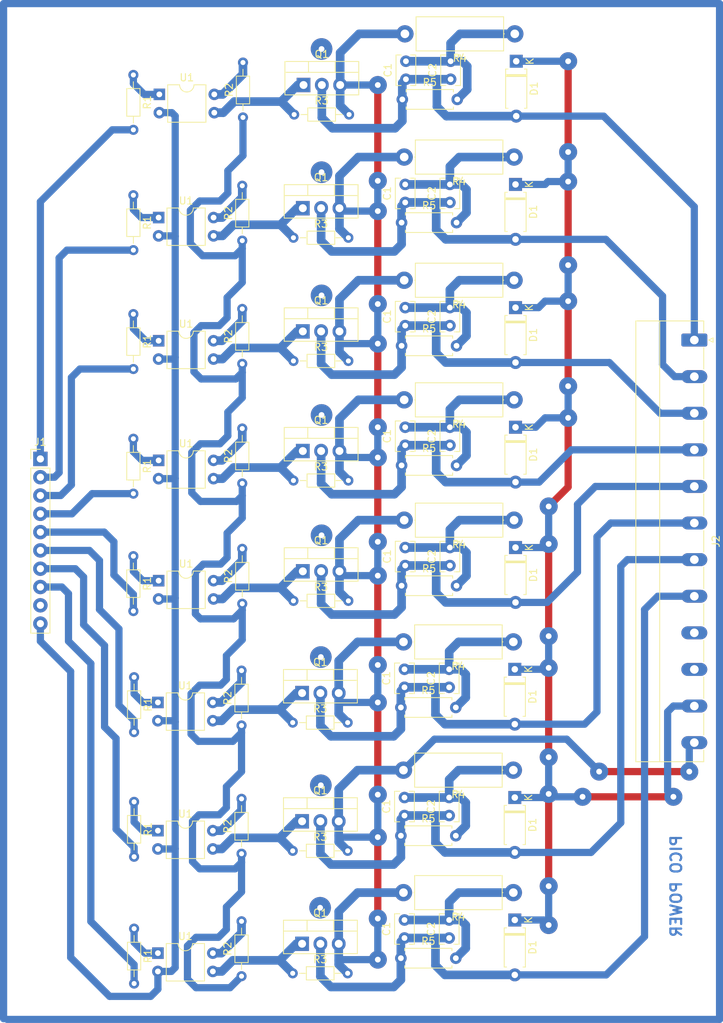
<source format=kicad_pcb>
(kicad_pcb (version 20171130) (host pcbnew "(5.1.6)-1")
  (layers (0 F.Cu signal) (31 B.Cu signal) (34 B.Paste user) (35 F.Paste user) (36 B.SilkS user) (37 F.SilkS user) (38 B.Mask user) (39 F.Mask user) (44 Edge.Cuts user))
  (net 0 "")
  (net 1 "Net-(C1-Pad2)")
  (net 2 "Net-(C1-Pad1)")
  (net 3 GND)
  (net 4 "Net-(J1-Pad1)")
  (net 5 GND2)
  (net 6 "Net-(Q1-Pad1)")
  (net 7 "Net-(R1-Pad1)")
  (net 8 "Net-(R2-Pad2)")
  (net 9 24V)
  (module Resistor_THT:R_Axial_DIN0204_L3.6mm_D1.6mm_P7.62mm_Horizontal (layer F.Cu) (at 109 65.6 270)
    (fp_text reference R1 (at 3.81 -1.92 90) (layer F.SilkS))
    (fp_text value 270)
    (pad 1 thru_hole circle (at 0 0 270) (size 1.4 1.4) (drill 0.7) (layers *.Cu *.Mask))
    (pad 2 thru_hole oval (at 7.62 0 270) (size 1.4 1.4) (drill 0.7) (layers *.Cu *.Mask))
  )
  (module Resistor_THT:R_Axial_DIN0204_L3.6mm_D1.6mm_P7.62mm_Horizontal (layer F.Cu) (at 109 49.1 270)
    (fp_text reference R1 (at 3.81 -1.92 90) (layer F.SilkS))
    (fp_text value 270)
    (pad 1 thru_hole circle (at 0 0 270) (size 1.4 1.4) (drill 0.7) (layers *.Cu *.Mask))
    (pad 2 thru_hole oval (at 7.62 0 270) (size 1.4 1.4) (drill 0.7) (layers *.Cu *.Mask))
  )
  (module Resistor_THT:R_Axial_DIN0204_L3.6mm_D1.6mm_P7.62mm_Horizontal (layer F.Cu) (at 109 32.4 270)
    (fp_text reference R1 (at 3.81 -1.92 90) (layer F.SilkS))
    (fp_text value 270)
    (pad 2 thru_hole oval (at 7.62 0 270) (size 1.4 1.4) (drill 0.7) (layers *.Cu *.Mask) (net 4 "Net-(J1-Pad1)"))
    (pad 1 thru_hole circle (at 0 0 270) (size 1.4 1.4) (drill 0.7) (layers *.Cu *.Mask) (net 7 "Net-(R1-Pad1)"))
  )
  (module Diode_THT:D_A-405_P7.62mm_Horizontal (layer F.Cu) (at 161.9 149.7 270)
    (fp_text reference D1 (at 3.81 -2.47 90) (layer F.SilkS))
    (fp_text value D_Schottky)
    (fp_text user K (at 0 -1.9 90) (layer F.SilkS))
    (pad 1 thru_hole rect (at 0 0 270) (size 1.8 1.8) (drill 0.9) (layers *.Cu *.Mask) (net 9 24V))
    (pad 2 thru_hole oval (at 7.62 0 270) (size 1.8 1.8) (drill 0.9) (layers *.Cu *.Mask))
  )
  (module Resistor_THT:R_Axial_DIN0207_L6.3mm_D2.5mm_P7.62mm_Horizontal (layer F.Cu) (at 146.1 155)
    (fp_text reference R5 (at 3.81 -2.37) (layer F.SilkS))
    (fp_text value "22K 1W")
    (pad 1 thru_hole circle (at 0 0) (size 1.6 1.6) (drill 0.8) (layers *.Cu *.Mask))
    (pad 2 thru_hole oval (at 7.62 0) (size 1.6 1.6) (drill 0.8) (layers *.Cu *.Mask))
  )
  (module Resistor_THT:R_Axial_DIN0414_L11.9mm_D4.5mm_P15.24mm_Horizontal (layer F.Cu) (at 161.7 145.9 180)
    (fp_text reference R4 (at 7.62 -3.37) (layer F.SilkS))
    (fp_text value "47E 5W")
    (pad 1 thru_hole circle (at 0 0 180) (size 2.4 2.4) (drill 1.2) (layers *.Cu *.Mask))
    (pad 2 thru_hole oval (at 15.24 0 180) (size 2.4 2.4) (drill 1.2) (layers *.Cu *.Mask) (net 5 GND2))
  )
  (module Capacitor_THT:C_Rect_L4.0mm_W2.5mm_P2.50mm (layer F.Cu) (at 152.8 152.2 90)
    (fp_text reference C2 (at 1.25 -2.5 90) (layer F.SilkS))
    (fp_text value 0.1/400)
    (pad 1 thru_hole circle (at 0 0 90) (size 1.6 1.6) (drill 0.8) (layers *.Cu *.Mask))
    (pad 2 thru_hole circle (at 2.5 0 90) (size 1.6 1.6) (drill 0.8) (layers *.Cu *.Mask))
  )
  (module Capacitor_THT:C_Rect_L4.0mm_W2.5mm_P2.50mm (layer F.Cu) (at 146.6 152.2 90)
    (fp_text reference C1 (at 1.25 -2.5 90) (layer F.SilkS))
    (fp_text value 0.1/400)
    (pad 1 thru_hole circle (at 0 0 90) (size 1.6 1.6) (drill 0.8) (layers *.Cu *.Mask))
    (pad 2 thru_hole circle (at 2.5 0 90) (size 1.6 1.6) (drill 0.8) (layers *.Cu *.Mask))
  )
  (module Package_DIP:DIP-4_W7.62mm (layer F.Cu) (at 112.4 154.3)
    (fp_text reference U1 (at 3.81 -2.33) (layer F.SilkS))
    (fp_text value PC817)
    (pad 1 thru_hole rect (at 0 0) (size 1.6 1.6) (drill 0.8) (layers *.Cu *.Mask))
    (pad 3 thru_hole oval (at 7.62 2.54) (size 1.6 1.6) (drill 0.8) (layers *.Cu *.Mask))
    (pad 2 thru_hole oval (at 0 2.54) (size 1.6 1.6) (drill 0.8) (layers *.Cu *.Mask) (net 3 GND))
    (pad 4 thru_hole oval (at 7.62 0) (size 1.6 1.6) (drill 0.8) (layers *.Cu *.Mask))
  )
  (module Resistor_THT:R_Axial_DIN0204_L3.6mm_D1.6mm_P7.62mm_Horizontal (layer F.Cu) (at 131.1 157.1)
    (fp_text reference R3 (at 3.81 -1.92) (layer F.SilkS))
    (fp_text value 22K)
    (pad 1 thru_hole circle (at 0 0) (size 1.4 1.4) (drill 0.7) (layers *.Cu *.Mask))
    (pad 2 thru_hole oval (at 7.62 0) (size 1.4 1.4) (drill 0.7) (layers *.Cu *.Mask) (net 5 GND2))
  )
  (module Resistor_THT:R_Axial_DIN0204_L3.6mm_D1.6mm_P7.62mm_Horizontal (layer F.Cu) (at 124 157.5 90)
    (fp_text reference R2 (at 3.81 -1.92 90) (layer F.SilkS))
    (fp_text value 270)
    (pad 1 thru_hole circle (at 0 0 90) (size 1.4 1.4) (drill 0.7) (layers *.Cu *.Mask))
    (pad 2 thru_hole oval (at 7.62 0 90) (size 1.4 1.4) (drill 0.7) (layers *.Cu *.Mask))
  )
  (module Resistor_THT:R_Axial_DIN0204_L3.6mm_D1.6mm_P7.62mm_Horizontal (layer F.Cu) (at 109.1 150.9 270)
    (fp_text reference R1 (at 3.81 -1.92 90) (layer F.SilkS))
    (fp_text value 270)
    (pad 1 thru_hole circle (at 0 0 270) (size 1.4 1.4) (drill 0.7) (layers *.Cu *.Mask))
    (pad 2 thru_hole oval (at 7.62 0 270) (size 1.4 1.4) (drill 0.7) (layers *.Cu *.Mask))
  )
  (module Package_TO_SOT_THT:TO-220-3_Vertical (layer F.Cu) (at 132.4 153)
    (fp_text reference Q1 (at 2.54 -4.27) (layer F.SilkS))
    (fp_text value TIP122)
    (pad 1 thru_hole rect (at 0 0) (size 1.905 2) (drill 1.1) (layers *.Cu *.Mask))
    (pad 2 thru_hole oval (at 2.54 0) (size 1.905 2) (drill 1.1) (layers *.Cu *.Mask))
    (pad 3 thru_hole oval (at 5.08 0) (size 1.905 2) (drill 1.1) (layers *.Cu *.Mask) (net 5 GND2))
  )
  (module Diode_THT:D_A-405_P7.62mm_Horizontal (layer F.Cu) (at 161.9 132.7 270)
    (fp_text reference D1 (at 3.81 -2.47 90) (layer F.SilkS))
    (fp_text value D_Schottky)
    (fp_text user K (at 0 -1.9 90) (layer F.SilkS))
    (pad 1 thru_hole rect (at 0 0 270) (size 1.8 1.8) (drill 0.9) (layers *.Cu *.Mask) (net 9 24V))
    (pad 2 thru_hole oval (at 7.62 0 270) (size 1.8 1.8) (drill 0.9) (layers *.Cu *.Mask))
  )
  (module Resistor_THT:R_Axial_DIN0207_L6.3mm_D2.5mm_P7.62mm_Horizontal (layer F.Cu) (at 146.1 138)
    (fp_text reference R5 (at 3.81 -2.37) (layer F.SilkS))
    (fp_text value "22K 1W")
    (pad 1 thru_hole circle (at 0 0) (size 1.6 1.6) (drill 0.8) (layers *.Cu *.Mask))
    (pad 2 thru_hole oval (at 7.62 0) (size 1.6 1.6) (drill 0.8) (layers *.Cu *.Mask))
  )
  (module Resistor_THT:R_Axial_DIN0414_L11.9mm_D4.5mm_P15.24mm_Horizontal (layer F.Cu) (at 161.7 128.9 180)
    (fp_text reference R4 (at 7.62 -3.37) (layer F.SilkS))
    (fp_text value "47E 5W")
    (pad 1 thru_hole circle (at 0 0 180) (size 2.4 2.4) (drill 1.2) (layers *.Cu *.Mask))
    (pad 2 thru_hole oval (at 15.24 0 180) (size 2.4 2.4) (drill 1.2) (layers *.Cu *.Mask) (net 5 GND2))
  )
  (module Capacitor_THT:C_Rect_L4.0mm_W2.5mm_P2.50mm (layer F.Cu) (at 152.8 135.2 90)
    (fp_text reference C2 (at 1.25 -2.5 90) (layer F.SilkS))
    (fp_text value 0.1/400)
    (pad 1 thru_hole circle (at 0 0 90) (size 1.6 1.6) (drill 0.8) (layers *.Cu *.Mask))
    (pad 2 thru_hole circle (at 2.5 0 90) (size 1.6 1.6) (drill 0.8) (layers *.Cu *.Mask))
  )
  (module Capacitor_THT:C_Rect_L4.0mm_W2.5mm_P2.50mm (layer F.Cu) (at 146.6 135.2 90)
    (fp_text reference C1 (at 1.25 -2.5 90) (layer F.SilkS))
    (fp_text value 0.1/400)
    (pad 1 thru_hole circle (at 0 0 90) (size 1.6 1.6) (drill 0.8) (layers *.Cu *.Mask))
    (pad 2 thru_hole circle (at 2.5 0 90) (size 1.6 1.6) (drill 0.8) (layers *.Cu *.Mask))
  )
  (module Package_DIP:DIP-4_W7.62mm (layer F.Cu) (at 112.4 137.3)
    (fp_text reference U1 (at 3.81 -2.33) (layer F.SilkS))
    (fp_text value PC817)
    (pad 1 thru_hole rect (at 0 0) (size 1.6 1.6) (drill 0.8) (layers *.Cu *.Mask))
    (pad 3 thru_hole oval (at 7.62 2.54) (size 1.6 1.6) (drill 0.8) (layers *.Cu *.Mask))
    (pad 2 thru_hole oval (at 0 2.54) (size 1.6 1.6) (drill 0.8) (layers *.Cu *.Mask) (net 3 GND))
    (pad 4 thru_hole oval (at 7.62 0) (size 1.6 1.6) (drill 0.8) (layers *.Cu *.Mask))
  )
  (module Resistor_THT:R_Axial_DIN0204_L3.6mm_D1.6mm_P7.62mm_Horizontal (layer F.Cu) (at 131.1 140.1)
    (fp_text reference R3 (at 3.81 -1.92) (layer F.SilkS))
    (fp_text value 22K)
    (pad 1 thru_hole circle (at 0 0) (size 1.4 1.4) (drill 0.7) (layers *.Cu *.Mask))
    (pad 2 thru_hole oval (at 7.62 0) (size 1.4 1.4) (drill 0.7) (layers *.Cu *.Mask) (net 5 GND2))
  )
  (module Resistor_THT:R_Axial_DIN0204_L3.6mm_D1.6mm_P7.62mm_Horizontal (layer F.Cu) (at 124 140.5 90)
    (fp_text reference R2 (at 3.81 -1.92 90) (layer F.SilkS))
    (fp_text value 270)
    (pad 1 thru_hole circle (at 0 0 90) (size 1.4 1.4) (drill 0.7) (layers *.Cu *.Mask))
    (pad 2 thru_hole oval (at 7.62 0 90) (size 1.4 1.4) (drill 0.7) (layers *.Cu *.Mask))
  )
  (module Resistor_THT:R_Axial_DIN0204_L3.6mm_D1.6mm_P7.62mm_Horizontal (layer F.Cu) (at 109.1 133.3 270)
    (fp_text reference R1 (at 3.81 -1.92 90) (layer F.SilkS))
    (fp_text value 270)
    (pad 1 thru_hole circle (at 0 0 270) (size 1.4 1.4) (drill 0.7) (layers *.Cu *.Mask))
    (pad 2 thru_hole oval (at 7.62 0 270) (size 1.4 1.4) (drill 0.7) (layers *.Cu *.Mask))
  )
  (module Package_TO_SOT_THT:TO-220-3_Vertical (layer F.Cu) (at 132.4 136)
    (fp_text reference Q1 (at 2.54 -4.27) (layer F.SilkS))
    (fp_text value TIP122)
    (pad 1 thru_hole rect (at 0 0) (size 1.905 2) (drill 1.1) (layers *.Cu *.Mask))
    (pad 2 thru_hole oval (at 2.54 0) (size 1.905 2) (drill 1.1) (layers *.Cu *.Mask))
    (pad 3 thru_hole oval (at 5.08 0) (size 1.905 2) (drill 1.1) (layers *.Cu *.Mask) (net 5 GND2))
  )
  (module Diode_THT:D_A-405_P7.62mm_Horizontal (layer F.Cu) (at 161.9 114.9 270)
    (fp_text reference D1 (at 3.81 -2.47 90) (layer F.SilkS))
    (fp_text value D_Schottky)
    (fp_text user K (at 0 -1.9 90) (layer F.SilkS))
    (pad 1 thru_hole rect (at 0 0 270) (size 1.8 1.8) (drill 0.9) (layers *.Cu *.Mask) (net 9 24V))
    (pad 2 thru_hole oval (at 7.62 0 270) (size 1.8 1.8) (drill 0.9) (layers *.Cu *.Mask))
  )
  (module Resistor_THT:R_Axial_DIN0207_L6.3mm_D2.5mm_P7.62mm_Horizontal (layer F.Cu) (at 146.1 120.2)
    (fp_text reference R5 (at 3.81 -2.37) (layer F.SilkS))
    (fp_text value "22K 1W")
    (pad 1 thru_hole circle (at 0 0) (size 1.6 1.6) (drill 0.8) (layers *.Cu *.Mask))
    (pad 2 thru_hole oval (at 7.62 0) (size 1.6 1.6) (drill 0.8) (layers *.Cu *.Mask))
  )
  (module Resistor_THT:R_Axial_DIN0414_L11.9mm_D4.5mm_P15.24mm_Horizontal (layer F.Cu) (at 161.7 111.1 180)
    (fp_text reference R4 (at 7.62 -3.37) (layer F.SilkS))
    (fp_text value "47E 5W")
    (pad 1 thru_hole circle (at 0 0 180) (size 2.4 2.4) (drill 1.2) (layers *.Cu *.Mask))
    (pad 2 thru_hole oval (at 15.24 0 180) (size 2.4 2.4) (drill 1.2) (layers *.Cu *.Mask) (net 5 GND2))
  )
  (module Capacitor_THT:C_Rect_L4.0mm_W2.5mm_P2.50mm (layer F.Cu) (at 152.8 117.4 90)
    (fp_text reference C2 (at 1.25 -2.5 90) (layer F.SilkS))
    (fp_text value 0.1/400)
    (pad 1 thru_hole circle (at 0 0 90) (size 1.6 1.6) (drill 0.8) (layers *.Cu *.Mask))
    (pad 2 thru_hole circle (at 2.5 0 90) (size 1.6 1.6) (drill 0.8) (layers *.Cu *.Mask))
  )
  (module Capacitor_THT:C_Rect_L4.0mm_W2.5mm_P2.50mm (layer F.Cu) (at 146.6 117.4 90)
    (fp_text reference C1 (at 1.25 -2.5 90) (layer F.SilkS))
    (fp_text value 0.1/400)
    (pad 1 thru_hole circle (at 0 0 90) (size 1.6 1.6) (drill 0.8) (layers *.Cu *.Mask))
    (pad 2 thru_hole circle (at 2.5 0 90) (size 1.6 1.6) (drill 0.8) (layers *.Cu *.Mask))
  )
  (module Package_DIP:DIP-4_W7.62mm (layer F.Cu) (at 112.4 119.5)
    (fp_text reference U1 (at 3.81 -2.33) (layer F.SilkS))
    (fp_text value PC817)
    (pad 1 thru_hole rect (at 0 0) (size 1.6 1.6) (drill 0.8) (layers *.Cu *.Mask))
    (pad 3 thru_hole oval (at 7.62 2.54) (size 1.6 1.6) (drill 0.8) (layers *.Cu *.Mask))
    (pad 2 thru_hole oval (at 0 2.54) (size 1.6 1.6) (drill 0.8) (layers *.Cu *.Mask) (net 3 GND))
    (pad 4 thru_hole oval (at 7.62 0) (size 1.6 1.6) (drill 0.8) (layers *.Cu *.Mask))
  )
  (module Resistor_THT:R_Axial_DIN0204_L3.6mm_D1.6mm_P7.62mm_Horizontal (layer F.Cu) (at 131.1 122.3)
    (fp_text reference R3 (at 3.81 -1.92) (layer F.SilkS))
    (fp_text value 22K)
    (pad 1 thru_hole circle (at 0 0) (size 1.4 1.4) (drill 0.7) (layers *.Cu *.Mask))
    (pad 2 thru_hole oval (at 7.62 0) (size 1.4 1.4) (drill 0.7) (layers *.Cu *.Mask) (net 5 GND2))
  )
  (module Resistor_THT:R_Axial_DIN0204_L3.6mm_D1.6mm_P7.62mm_Horizontal (layer F.Cu) (at 124 122.7 90)
    (fp_text reference R2 (at 3.81 -1.92 90) (layer F.SilkS))
    (fp_text value 270)
    (pad 1 thru_hole circle (at 0 0 90) (size 1.4 1.4) (drill 0.7) (layers *.Cu *.Mask))
    (pad 2 thru_hole oval (at 7.62 0 90) (size 1.4 1.4) (drill 0.7) (layers *.Cu *.Mask))
  )
  (module Resistor_THT:R_Axial_DIN0204_L3.6mm_D1.6mm_P7.62mm_Horizontal (layer F.Cu) (at 109.1 116 270)
    (fp_text reference R1 (at 3.81 -1.92 90) (layer F.SilkS))
    (fp_text value 270)
    (pad 1 thru_hole circle (at 0 0 270) (size 1.4 1.4) (drill 0.7) (layers *.Cu *.Mask))
    (pad 2 thru_hole oval (at 7.62 0 270) (size 1.4 1.4) (drill 0.7) (layers *.Cu *.Mask))
  )
  (module Package_TO_SOT_THT:TO-220-3_Vertical (layer F.Cu) (at 132.4 118.2)
    (fp_text reference Q1 (at 2.54 -4.27) (layer F.SilkS))
    (fp_text value TIP122)
    (pad 1 thru_hole rect (at 0 0) (size 1.905 2) (drill 1.1) (layers *.Cu *.Mask))
    (pad 2 thru_hole oval (at 2.54 0) (size 1.905 2) (drill 1.1) (layers *.Cu *.Mask))
    (pad 3 thru_hole oval (at 5.08 0) (size 1.905 2) (drill 1.1) (layers *.Cu *.Mask) (net 5 GND2))
  )
  (module Diode_THT:D_A-405_P7.62mm_Horizontal (layer F.Cu) (at 162 98 270)
    (fp_text reference D1 (at 3.81 -2.47 90) (layer F.SilkS))
    (fp_text value D_Schottky)
    (fp_text user K (at 0 -1.9 90) (layer F.SilkS))
    (pad 1 thru_hole rect (at 0 0 270) (size 1.8 1.8) (drill 0.9) (layers *.Cu *.Mask) (net 9 24V))
    (pad 2 thru_hole oval (at 7.62 0 270) (size 1.8 1.8) (drill 0.9) (layers *.Cu *.Mask))
  )
  (module Resistor_THT:R_Axial_DIN0207_L6.3mm_D2.5mm_P7.62mm_Horizontal (layer F.Cu) (at 146.2 103.3)
    (fp_text reference R5 (at 3.81 -2.37) (layer F.SilkS))
    (fp_text value "22K 1W")
    (pad 1 thru_hole circle (at 0 0) (size 1.6 1.6) (drill 0.8) (layers *.Cu *.Mask))
    (pad 2 thru_hole oval (at 7.62 0) (size 1.6 1.6) (drill 0.8) (layers *.Cu *.Mask))
  )
  (module Resistor_THT:R_Axial_DIN0414_L11.9mm_D4.5mm_P15.24mm_Horizontal (layer F.Cu) (at 161.8 94.2 180)
    (fp_text reference R4 (at 7.62 -3.37) (layer F.SilkS))
    (fp_text value "47E 5W")
    (pad 1 thru_hole circle (at 0 0 180) (size 2.4 2.4) (drill 1.2) (layers *.Cu *.Mask))
    (pad 2 thru_hole oval (at 15.24 0 180) (size 2.4 2.4) (drill 1.2) (layers *.Cu *.Mask) (net 5 GND2))
  )
  (module Capacitor_THT:C_Rect_L4.0mm_W2.5mm_P2.50mm (layer F.Cu) (at 152.9 100.5 90)
    (fp_text reference C2 (at 1.25 -2.5 90) (layer F.SilkS))
    (fp_text value 0.1/400)
    (pad 1 thru_hole circle (at 0 0 90) (size 1.6 1.6) (drill 0.8) (layers *.Cu *.Mask))
    (pad 2 thru_hole circle (at 2.5 0 90) (size 1.6 1.6) (drill 0.8) (layers *.Cu *.Mask))
  )
  (module Capacitor_THT:C_Rect_L4.0mm_W2.5mm_P2.50mm (layer F.Cu) (at 146.7 100.5 90)
    (fp_text reference C1 (at 1.25 -2.5 90) (layer F.SilkS))
    (fp_text value 0.1/400)
    (pad 1 thru_hole circle (at 0 0 90) (size 1.6 1.6) (drill 0.8) (layers *.Cu *.Mask))
    (pad 2 thru_hole circle (at 2.5 0 90) (size 1.6 1.6) (drill 0.8) (layers *.Cu *.Mask))
  )
  (module Package_DIP:DIP-4_W7.62mm (layer F.Cu) (at 112.5 102.6)
    (fp_text reference U1 (at 3.81 -2.33) (layer F.SilkS))
    (fp_text value PC817)
    (pad 1 thru_hole rect (at 0 0) (size 1.6 1.6) (drill 0.8) (layers *.Cu *.Mask))
    (pad 3 thru_hole oval (at 7.62 2.54) (size 1.6 1.6) (drill 0.8) (layers *.Cu *.Mask))
    (pad 2 thru_hole oval (at 0 2.54) (size 1.6 1.6) (drill 0.8) (layers *.Cu *.Mask) (net 3 GND))
    (pad 4 thru_hole oval (at 7.62 0) (size 1.6 1.6) (drill 0.8) (layers *.Cu *.Mask))
  )
  (module Resistor_THT:R_Axial_DIN0204_L3.6mm_D1.6mm_P7.62mm_Horizontal (layer F.Cu) (at 131.2 105.4)
    (fp_text reference R3 (at 3.81 -1.92) (layer F.SilkS))
    (fp_text value 22K)
    (pad 1 thru_hole circle (at 0 0) (size 1.4 1.4) (drill 0.7) (layers *.Cu *.Mask))
    (pad 2 thru_hole oval (at 7.62 0) (size 1.4 1.4) (drill 0.7) (layers *.Cu *.Mask) (net 5 GND2))
  )
  (module Resistor_THT:R_Axial_DIN0204_L3.6mm_D1.6mm_P7.62mm_Horizontal (layer F.Cu) (at 124.1 105.8 90)
    (fp_text reference R2 (at 3.81 -1.92 90) (layer F.SilkS))
    (fp_text value 270)
    (pad 1 thru_hole circle (at 0 0 90) (size 1.4 1.4) (drill 0.7) (layers *.Cu *.Mask))
    (pad 2 thru_hole oval (at 7.62 0 90) (size 1.4 1.4) (drill 0.7) (layers *.Cu *.Mask))
  )
  (module Resistor_THT:R_Axial_DIN0204_L3.6mm_D1.6mm_P7.62mm_Horizontal (layer F.Cu) (at 109 99.2 270)
    (fp_text reference R1 (at 3.81 -1.92 90) (layer F.SilkS))
    (fp_text value 270)
    (pad 1 thru_hole circle (at 0 0 270) (size 1.4 1.4) (drill 0.7) (layers *.Cu *.Mask))
    (pad 2 thru_hole oval (at 7.62 0 270) (size 1.4 1.4) (drill 0.7) (layers *.Cu *.Mask))
  )
  (module Package_TO_SOT_THT:TO-220-3_Vertical (layer F.Cu) (at 132.5 101.3)
    (fp_text reference Q1 (at 2.54 -4.27) (layer F.SilkS))
    (fp_text value TIP122)
    (pad 1 thru_hole rect (at 0 0) (size 1.905 2) (drill 1.1) (layers *.Cu *.Mask))
    (pad 2 thru_hole oval (at 2.54 0) (size 1.905 2) (drill 1.1) (layers *.Cu *.Mask))
    (pad 3 thru_hole oval (at 5.08 0) (size 1.905 2) (drill 1.1) (layers *.Cu *.Mask) (net 5 GND2))
  )
  (module Diode_THT:D_A-405_P7.62mm_Horizontal (layer F.Cu) (at 162 81.3 270)
    (fp_text reference D1 (at 3.81 -2.47 90) (layer F.SilkS))
    (fp_text value D_Schottky)
    (fp_text user K (at 0 -1.9 90) (layer F.SilkS))
    (pad 1 thru_hole rect (at 0 0 270) (size 1.8 1.8) (drill 0.9) (layers *.Cu *.Mask) (net 9 24V))
    (pad 2 thru_hole oval (at 7.62 0 270) (size 1.8 1.8) (drill 0.9) (layers *.Cu *.Mask))
  )
  (module Resistor_THT:R_Axial_DIN0207_L6.3mm_D2.5mm_P7.62mm_Horizontal (layer F.Cu) (at 146.2 86.6)
    (fp_text reference R5 (at 3.81 -2.37) (layer F.SilkS))
    (fp_text value "22K 1W")
    (pad 1 thru_hole circle (at 0 0) (size 1.6 1.6) (drill 0.8) (layers *.Cu *.Mask))
    (pad 2 thru_hole oval (at 7.62 0) (size 1.6 1.6) (drill 0.8) (layers *.Cu *.Mask))
  )
  (module Resistor_THT:R_Axial_DIN0414_L11.9mm_D4.5mm_P15.24mm_Horizontal (layer F.Cu) (at 161.8 77.5 180)
    (fp_text reference R4 (at 7.62 -3.37) (layer F.SilkS))
    (fp_text value "47E 5W")
    (pad 1 thru_hole circle (at 0 0 180) (size 2.4 2.4) (drill 1.2) (layers *.Cu *.Mask))
    (pad 2 thru_hole oval (at 15.24 0 180) (size 2.4 2.4) (drill 1.2) (layers *.Cu *.Mask) (net 5 GND2))
  )
  (module Capacitor_THT:C_Rect_L4.0mm_W2.5mm_P2.50mm (layer F.Cu) (at 152.9 83.8 90)
    (fp_text reference C2 (at 1.25 -2.5 90) (layer F.SilkS))
    (fp_text value 0.1/400)
    (pad 1 thru_hole circle (at 0 0 90) (size 1.6 1.6) (drill 0.8) (layers *.Cu *.Mask))
    (pad 2 thru_hole circle (at 2.5 0 90) (size 1.6 1.6) (drill 0.8) (layers *.Cu *.Mask))
  )
  (module Capacitor_THT:C_Rect_L4.0mm_W2.5mm_P2.50mm (layer F.Cu) (at 146.7 83.8 90)
    (fp_text reference C1 (at 1.25 -2.5 90) (layer F.SilkS))
    (fp_text value 0.1/400)
    (pad 1 thru_hole circle (at 0 0 90) (size 1.6 1.6) (drill 0.8) (layers *.Cu *.Mask))
    (pad 2 thru_hole circle (at 2.5 0 90) (size 1.6 1.6) (drill 0.8) (layers *.Cu *.Mask))
  )
  (module Package_DIP:DIP-4_W7.62mm (layer F.Cu) (at 112.5 85.9)
    (fp_text reference U1 (at 3.81 -2.33) (layer F.SilkS))
    (fp_text value PC817)
    (pad 1 thru_hole rect (at 0 0) (size 1.6 1.6) (drill 0.8) (layers *.Cu *.Mask))
    (pad 3 thru_hole oval (at 7.62 2.54) (size 1.6 1.6) (drill 0.8) (layers *.Cu *.Mask))
    (pad 2 thru_hole oval (at 0 2.54) (size 1.6 1.6) (drill 0.8) (layers *.Cu *.Mask) (net 3 GND))
    (pad 4 thru_hole oval (at 7.62 0) (size 1.6 1.6) (drill 0.8) (layers *.Cu *.Mask))
  )
  (module Resistor_THT:R_Axial_DIN0204_L3.6mm_D1.6mm_P7.62mm_Horizontal (layer F.Cu) (at 131.2 88.7)
    (fp_text reference R3 (at 3.81 -1.92) (layer F.SilkS))
    (fp_text value 22K)
    (pad 1 thru_hole circle (at 0 0) (size 1.4 1.4) (drill 0.7) (layers *.Cu *.Mask))
    (pad 2 thru_hole oval (at 7.62 0) (size 1.4 1.4) (drill 0.7) (layers *.Cu *.Mask) (net 5 GND2))
  )
  (module Resistor_THT:R_Axial_DIN0204_L3.6mm_D1.6mm_P7.62mm_Horizontal (layer F.Cu) (at 124.1 89.1 90)
    (fp_text reference R2 (at 3.81 -1.92 90) (layer F.SilkS))
    (fp_text value 270)
    (pad 1 thru_hole circle (at 0 0 90) (size 1.4 1.4) (drill 0.7) (layers *.Cu *.Mask))
    (pad 2 thru_hole oval (at 7.62 0 90) (size 1.4 1.4) (drill 0.7) (layers *.Cu *.Mask))
  )
  (module Resistor_THT:R_Axial_DIN0204_L3.6mm_D1.6mm_P7.62mm_Horizontal (layer F.Cu) (at 109 82.9 270)
    (fp_text reference R1 (at 3.81 -1.92 90) (layer F.SilkS))
    (fp_text value 270)
    (pad 1 thru_hole circle (at 0 0 270) (size 1.4 1.4) (drill 0.7) (layers *.Cu *.Mask))
    (pad 2 thru_hole oval (at 7.62 0 270) (size 1.4 1.4) (drill 0.7) (layers *.Cu *.Mask))
  )
  (module Package_TO_SOT_THT:TO-220-3_Vertical (layer F.Cu) (at 132.5 84.6)
    (fp_text reference Q1 (at 2.54 -4.27) (layer F.SilkS))
    (fp_text value TIP122)
    (pad 1 thru_hole rect (at 0 0) (size 1.905 2) (drill 1.1) (layers *.Cu *.Mask))
    (pad 2 thru_hole oval (at 2.54 0) (size 1.905 2) (drill 1.1) (layers *.Cu *.Mask))
    (pad 3 thru_hole oval (at 5.08 0) (size 1.905 2) (drill 1.1) (layers *.Cu *.Mask) (net 5 GND2))
  )
  (module Diode_THT:D_A-405_P7.62mm_Horizontal (layer F.Cu) (at 162 64.7 270)
    (fp_text reference D1 (at 3.81 -2.47 90) (layer F.SilkS))
    (fp_text value FR307)
    (fp_text user K (at 0 -1.9 90) (layer F.SilkS))
    (pad 1 thru_hole rect (at 0 0 270) (size 1.8 1.8) (drill 0.9) (layers *.Cu *.Mask) (net 9 24V))
    (pad 2 thru_hole oval (at 7.62 0 270) (size 1.8 1.8) (drill 0.9) (layers *.Cu *.Mask))
  )
  (module Resistor_THT:R_Axial_DIN0207_L6.3mm_D2.5mm_P7.62mm_Horizontal (layer F.Cu) (at 146.2 70)
    (fp_text reference R5 (at 3.81 -2.37) (layer F.SilkS))
    (fp_text value "22K 1W")
    (pad 1 thru_hole circle (at 0 0) (size 1.6 1.6) (drill 0.8) (layers *.Cu *.Mask))
    (pad 2 thru_hole oval (at 7.62 0) (size 1.6 1.6) (drill 0.8) (layers *.Cu *.Mask))
  )
  (module Resistor_THT:R_Axial_DIN0414_L11.9mm_D4.5mm_P15.24mm_Horizontal (layer F.Cu) (at 161.8 60.9 180)
    (fp_text reference R4 (at 7.62 -3.37) (layer F.SilkS))
    (fp_text value "47E 5W")
    (pad 1 thru_hole circle (at 0 0 180) (size 2.4 2.4) (drill 1.2) (layers *.Cu *.Mask))
    (pad 2 thru_hole oval (at 15.24 0 180) (size 2.4 2.4) (drill 1.2) (layers *.Cu *.Mask) (net 5 GND2))
  )
  (module Capacitor_THT:C_Rect_L4.0mm_W2.5mm_P2.50mm (layer F.Cu) (at 152.9 67.2 90)
    (fp_text reference C2 (at 1.25 -2.5 90) (layer F.SilkS))
    (fp_text value 0.1/400)
    (pad 1 thru_hole circle (at 0 0 90) (size 1.6 1.6) (drill 0.8) (layers *.Cu *.Mask))
    (pad 2 thru_hole circle (at 2.5 0 90) (size 1.6 1.6) (drill 0.8) (layers *.Cu *.Mask))
  )
  (module Capacitor_THT:C_Rect_L4.0mm_W2.5mm_P2.50mm (layer F.Cu) (at 146.7 67.2 90)
    (fp_text reference C1 (at 1.25 -2.5 90) (layer F.SilkS))
    (fp_text value 0.1/400)
    (pad 1 thru_hole circle (at 0 0 90) (size 1.6 1.6) (drill 0.8) (layers *.Cu *.Mask))
    (pad 2 thru_hole circle (at 2.5 0 90) (size 1.6 1.6) (drill 0.8) (layers *.Cu *.Mask))
  )
  (module Package_DIP:DIP-4_W7.62mm (layer F.Cu) (at 112.5 69.3)
    (fp_text reference U1 (at 3.81 -2.33) (layer F.SilkS))
    (fp_text value PC817)
    (pad 1 thru_hole rect (at 0 0) (size 1.6 1.6) (drill 0.8) (layers *.Cu *.Mask))
    (pad 3 thru_hole oval (at 7.62 2.54) (size 1.6 1.6) (drill 0.8) (layers *.Cu *.Mask))
    (pad 2 thru_hole oval (at 0 2.54) (size 1.6 1.6) (drill 0.8) (layers *.Cu *.Mask) (net 3 GND))
    (pad 4 thru_hole oval (at 7.62 0) (size 1.6 1.6) (drill 0.8) (layers *.Cu *.Mask))
  )
  (module Resistor_THT:R_Axial_DIN0204_L3.6mm_D1.6mm_P7.62mm_Horizontal (layer F.Cu) (at 131.2 72.1)
    (fp_text reference R3 (at 3.81 -1.92) (layer F.SilkS))
    (fp_text value 22K)
    (pad 1 thru_hole circle (at 0 0) (size 1.4 1.4) (drill 0.7) (layers *.Cu *.Mask))
    (pad 2 thru_hole oval (at 7.62 0) (size 1.4 1.4) (drill 0.7) (layers *.Cu *.Mask) (net 5 GND2))
  )
  (module Resistor_THT:R_Axial_DIN0204_L3.6mm_D1.6mm_P7.62mm_Horizontal (layer F.Cu) (at 124.1 72.5 90)
    (fp_text reference R2 (at 3.81 -1.92 90) (layer F.SilkS))
    (fp_text value 270)
    (pad 1 thru_hole circle (at 0 0 90) (size 1.4 1.4) (drill 0.7) (layers *.Cu *.Mask))
    (pad 2 thru_hole oval (at 7.62 0 90) (size 1.4 1.4) (drill 0.7) (layers *.Cu *.Mask))
  )
  (module Package_TO_SOT_THT:TO-220-3_Vertical (layer F.Cu) (at 132.5 68)
    (fp_text reference Q1 (at 2.54 -4.27) (layer F.SilkS))
    (fp_text value TIP122)
    (pad 1 thru_hole rect (at 0 0) (size 1.905 2) (drill 1.1) (layers *.Cu *.Mask))
    (pad 2 thru_hole oval (at 2.54 0) (size 1.905 2) (drill 1.1) (layers *.Cu *.Mask))
    (pad 3 thru_hole oval (at 5.08 0) (size 1.905 2) (drill 1.1) (layers *.Cu *.Mask) (net 5 GND2))
  )
  (module Diode_THT:D_A-405_P7.62mm_Horizontal (layer F.Cu) (at 162 47.6 270)
    (fp_text reference D1 (at 3.81 -2.47 90) (layer F.SilkS))
    (fp_text value FR307)
    (fp_text user K (at 0 -1.9 90) (layer F.SilkS))
    (pad 1 thru_hole rect (at 0 0 270) (size 1.8 1.8) (drill 0.9) (layers *.Cu *.Mask) (net 9 24V))
    (pad 2 thru_hole oval (at 7.62 0 270) (size 1.8 1.8) (drill 0.9) (layers *.Cu *.Mask))
  )
  (module Resistor_THT:R_Axial_DIN0207_L6.3mm_D2.5mm_P7.62mm_Horizontal (layer F.Cu) (at 146.2 52.9)
    (fp_text reference R5 (at 3.81 -2.37) (layer F.SilkS))
    (fp_text value "22K 1W")
    (pad 1 thru_hole circle (at 0 0) (size 1.6 1.6) (drill 0.8) (layers *.Cu *.Mask))
    (pad 2 thru_hole oval (at 7.62 0) (size 1.6 1.6) (drill 0.8) (layers *.Cu *.Mask))
  )
  (module Resistor_THT:R_Axial_DIN0414_L11.9mm_D4.5mm_P15.24mm_Horizontal (layer F.Cu) (at 161.8 43.8 180)
    (fp_text reference R4 (at 7.62 -3.37) (layer F.SilkS))
    (fp_text value "47E 5W")
    (pad 1 thru_hole circle (at 0 0 180) (size 2.4 2.4) (drill 1.2) (layers *.Cu *.Mask))
    (pad 2 thru_hole oval (at 15.24 0 180) (size 2.4 2.4) (drill 1.2) (layers *.Cu *.Mask) (net 5 GND2))
  )
  (module Capacitor_THT:C_Rect_L4.0mm_W2.5mm_P2.50mm (layer F.Cu) (at 152.9 50.1 90)
    (fp_text reference C2 (at 1.25 -2.5 90) (layer F.SilkS))
    (fp_text value 0.1/400)
    (pad 1 thru_hole circle (at 0 0 90) (size 1.6 1.6) (drill 0.8) (layers *.Cu *.Mask))
    (pad 2 thru_hole circle (at 2.5 0 90) (size 1.6 1.6) (drill 0.8) (layers *.Cu *.Mask))
  )
  (module Capacitor_THT:C_Rect_L4.0mm_W2.5mm_P2.50mm (layer F.Cu) (at 146.7 50.1 90)
    (fp_text reference C1 (at 1.25 -2.5 90) (layer F.SilkS))
    (fp_text value 0.1/400)
    (pad 1 thru_hole circle (at 0 0 90) (size 1.6 1.6) (drill 0.8) (layers *.Cu *.Mask))
    (pad 2 thru_hole circle (at 2.5 0 90) (size 1.6 1.6) (drill 0.8) (layers *.Cu *.Mask))
  )
  (module Package_DIP:DIP-4_W7.62mm (layer F.Cu) (at 112.5 52.2)
    (fp_text reference U1 (at 3.81 -2.33) (layer F.SilkS))
    (fp_text value PC817)
    (pad 1 thru_hole rect (at 0 0) (size 1.6 1.6) (drill 0.8) (layers *.Cu *.Mask))
    (pad 3 thru_hole oval (at 7.62 2.54) (size 1.6 1.6) (drill 0.8) (layers *.Cu *.Mask))
    (pad 2 thru_hole oval (at 0 2.54) (size 1.6 1.6) (drill 0.8) (layers *.Cu *.Mask) (net 3 GND))
    (pad 4 thru_hole oval (at 7.62 0) (size 1.6 1.6) (drill 0.8) (layers *.Cu *.Mask))
  )
  (module Resistor_THT:R_Axial_DIN0204_L3.6mm_D1.6mm_P7.62mm_Horizontal (layer F.Cu) (at 131.2 55)
    (fp_text reference R3 (at 3.81 -1.92) (layer F.SilkS))
    (fp_text value 22K)
    (pad 1 thru_hole circle (at 0 0) (size 1.4 1.4) (drill 0.7) (layers *.Cu *.Mask))
    (pad 2 thru_hole oval (at 7.62 0) (size 1.4 1.4) (drill 0.7) (layers *.Cu *.Mask) (net 5 GND2))
  )
  (module Resistor_THT:R_Axial_DIN0204_L3.6mm_D1.6mm_P7.62mm_Horizontal (layer F.Cu) (at 124.1 55.4 90)
    (fp_text reference R2 (at 3.81 -1.92 90) (layer F.SilkS))
    (fp_text value 270)
    (pad 1 thru_hole circle (at 0 0 90) (size 1.4 1.4) (drill 0.7) (layers *.Cu *.Mask))
    (pad 2 thru_hole oval (at 7.62 0 90) (size 1.4 1.4) (drill 0.7) (layers *.Cu *.Mask))
  )
  (module Package_TO_SOT_THT:TO-220-3_Vertical (layer F.Cu) (at 132.5 50.9)
    (fp_text reference Q1 (at 2.54 -4.27) (layer F.SilkS))
    (fp_text value TIP122)
    (pad 1 thru_hole rect (at 0 0) (size 1.905 2) (drill 1.1) (layers *.Cu *.Mask))
    (pad 2 thru_hole oval (at 2.54 0) (size 1.905 2) (drill 1.1) (layers *.Cu *.Mask))
    (pad 3 thru_hole oval (at 5.08 0) (size 1.905 2) (drill 1.1) (layers *.Cu *.Mask) (net 5 GND2))
  )
  (module Diode_THT:D_A-405_P7.62mm_Horizontal (layer F.Cu) (at 162.1 30.5 270)
    (fp_text reference D1 (at 3.81 -2.47 90) (layer F.SilkS))
    (fp_text value FR307)
    (fp_text user K (at 0 -1.9 90) (layer F.SilkS))
    (pad 2 thru_hole oval (at 7.62 0 270) (size 1.8 1.8) (drill 0.9) (layers *.Cu *.Mask) (net 2 "Net-(C1-Pad1)"))
    (pad 1 thru_hole rect (at 0 0 270) (size 1.8 1.8) (drill 0.9) (layers *.Cu *.Mask) (net 9 24V))
  )
  (module Resistor_THT:R_Axial_DIN0207_L6.3mm_D2.5mm_P7.62mm_Horizontal (layer F.Cu) (at 146.3 35.8)
    (fp_text reference R5 (at 3.81 -2.37) (layer F.SilkS))
    (fp_text value "22K 1W")
    (pad 2 thru_hole oval (at 7.62 0) (size 1.6 1.6) (drill 0.8) (layers *.Cu *.Mask) (net 1 "Net-(C1-Pad2)"))
    (pad 1 thru_hole circle (at 0 0) (size 1.6 1.6) (drill 0.8) (layers *.Cu *.Mask) (net 2 "Net-(C1-Pad1)"))
  )
  (module Resistor_THT:R_Axial_DIN0414_L11.9mm_D4.5mm_P15.24mm_Horizontal (layer F.Cu) (at 161.9 26.7 180)
    (fp_text reference R4 (at 7.62 -3.37) (layer F.SilkS))
    (fp_text value "47E 5W")
    (pad 2 thru_hole oval (at 15.24 0 180) (size 2.4 2.4) (drill 1.2) (layers *.Cu *.Mask) (net 5 GND2))
    (pad 1 thru_hole circle (at 0 0 180) (size 2.4 2.4) (drill 1.2) (layers *.Cu *.Mask) (net 1 "Net-(C1-Pad2)"))
  )
  (module Capacitor_THT:C_Rect_L4.0mm_W2.5mm_P2.50mm (layer F.Cu) (at 153 33 90)
    (fp_text reference C2 (at 1.25 -2.5 90) (layer F.SilkS))
    (fp_text value 0.1/400)
    (pad 2 thru_hole circle (at 2.5 0 90) (size 1.6 1.6) (drill 0.8) (layers *.Cu *.Mask) (net 1 "Net-(C1-Pad2)"))
    (pad 1 thru_hole circle (at 0 0 90) (size 1.6 1.6) (drill 0.8) (layers *.Cu *.Mask) (net 2 "Net-(C1-Pad1)"))
  )
  (module Capacitor_THT:C_Rect_L4.0mm_W2.5mm_P2.50mm (layer F.Cu) (at 146.8 33 90)
    (fp_text reference C1 (at 1.25 -2.5 90) (layer F.SilkS))
    (fp_text value 0.1/400)
    (pad 2 thru_hole circle (at 2.5 0 90) (size 1.6 1.6) (drill 0.8) (layers *.Cu *.Mask) (net 1 "Net-(C1-Pad2)"))
    (pad 1 thru_hole circle (at 0 0 90) (size 1.6 1.6) (drill 0.8) (layers *.Cu *.Mask) (net 2 "Net-(C1-Pad1)"))
  )
  (module Package_DIP:DIP-4_W7.62mm (layer F.Cu) (at 112.6 35.1)
    (fp_text reference U1 (at 3.81 -2.33) (layer F.SilkS))
    (fp_text value PC817)
    (pad 4 thru_hole oval (at 7.62 0) (size 1.6 1.6) (drill 0.8) (layers *.Cu *.Mask) (net 8 "Net-(R2-Pad2)"))
    (pad 2 thru_hole oval (at 0 2.54) (size 1.6 1.6) (drill 0.8) (layers *.Cu *.Mask) (net 3 GND))
    (pad 3 thru_hole oval (at 7.62 2.54) (size 1.6 1.6) (drill 0.8) (layers *.Cu *.Mask) (net 6 "Net-(Q1-Pad1)"))
    (pad 1 thru_hole rect (at 0 0) (size 1.6 1.6) (drill 0.8) (layers *.Cu *.Mask) (net 7 "Net-(R1-Pad1)"))
  )
  (module Resistor_THT:R_Axial_DIN0204_L3.6mm_D1.6mm_P7.62mm_Horizontal (layer F.Cu) (at 131.3 37.9)
    (fp_text reference R3 (at 3.81 -1.92) (layer F.SilkS))
    (fp_text value 22K)
    (pad 2 thru_hole oval (at 7.62 0) (size 1.4 1.4) (drill 0.7) (layers *.Cu *.Mask) (net 5 GND2))
    (pad 1 thru_hole circle (at 0 0) (size 1.4 1.4) (drill 0.7) (layers *.Cu *.Mask) (net 6 "Net-(Q1-Pad1)"))
  )
  (module Resistor_THT:R_Axial_DIN0204_L3.6mm_D1.6mm_P7.62mm_Horizontal (layer F.Cu) (at 124.2 38.3 90)
    (fp_text reference R2 (at 3.81 -1.92 90) (layer F.SilkS))
    (fp_text value 270)
    (pad 2 thru_hole oval (at 7.62 0 90) (size 1.4 1.4) (drill 0.7) (layers *.Cu *.Mask) (net 8 "Net-(R2-Pad2)"))
    (pad 1 thru_hole circle (at 0 0 90) (size 1.4 1.4) (drill 0.7) (layers *.Cu *.Mask))
  )
  (module Package_TO_SOT_THT:TO-220-3_Vertical (layer F.Cu) (at 132.6 33.8)
    (fp_text reference Q1 (at 2.54 -4.27) (layer F.SilkS))
    (fp_text value TIP122)
    (pad 3 thru_hole oval (at 5.08 0) (size 1.905 2) (drill 1.1) (layers *.Cu *.Mask) (net 5 GND2))
    (pad 2 thru_hole oval (at 2.54 0) (size 1.905 2) (drill 1.1) (layers *.Cu *.Mask) (net 2 "Net-(C1-Pad1)"))
    (pad 1 thru_hole rect (at 0 0) (size 1.905 2) (drill 1.1) (layers *.Cu *.Mask) (net 6 "Net-(Q1-Pad1)"))
  )
  (module Connector_Phoenix_MC_HighVoltage:PhoenixContact_MC_1,5_12-G-5.08_1x12_P5.08mm_Horizontal (layer F.Cu) (at 186.8 69.2 270)
    (fp_text reference J2 (at 27.94 -3 90) (layer F.SilkS))
    (fp_text value Conn_01x12)
    (pad 12 thru_hole oval (at 55.88 0 270) (size 1.8 3.6) (drill 1.2) (layers *.Cu *.Mask) (net 5 GND2))
    (pad 11 thru_hole oval (at 50.8 0 270) (size 1.8 3.6) (drill 1.2) (layers *.Cu *.Mask) (net 9 24V))
    (pad 10 thru_hole oval (at 45.72 0 270) (size 1.8 3.6) (drill 1.2) (layers *.Cu *.Mask))
    (pad 9 thru_hole oval (at 40.64 0 270) (size 1.8 3.6) (drill 1.2) (layers *.Cu *.Mask))
    (pad 8 thru_hole oval (at 35.56 0 270) (size 1.8 3.6) (drill 1.2) (layers *.Cu *.Mask))
    (pad 7 thru_hole oval (at 30.48 0 270) (size 1.8 3.6) (drill 1.2) (layers *.Cu *.Mask))
    (pad 6 thru_hole oval (at 25.4 0 270) (size 1.8 3.6) (drill 1.2) (layers *.Cu *.Mask))
    (pad 5 thru_hole oval (at 20.32 0 270) (size 1.8 3.6) (drill 1.2) (layers *.Cu *.Mask))
    (pad 4 thru_hole oval (at 15.24 0 270) (size 1.8 3.6) (drill 1.2) (layers *.Cu *.Mask))
    (pad 3 thru_hole oval (at 10.16 0 270) (size 1.8 3.6) (drill 1.2) (layers *.Cu *.Mask))
    (pad 2 thru_hole oval (at 5.08 0 270) (size 1.8 3.6) (drill 1.2) (layers *.Cu *.Mask))
    (pad 1 thru_hole roundrect (at 0 0 270) (size 1.8 3.6) (drill 1.2) (layers *.Cu *.Mask) (roundrect_rratio 0.138889) (net 2 "Net-(C1-Pad1)"))
  )
  (module Connector_PinHeader_2.54mm:PinHeader_1x10_P2.54mm_Vertical (layer F.Cu) (at 96.1 85.7)
    (fp_text reference J1 (at 0 -2.33) (layer F.SilkS))
    (fp_text value Conn_01x10)
    (pad 10 thru_hole oval (at 0 22.86) (size 2 2) (drill 1) (layers *.Cu *.Mask) (net 3 GND))
    (pad 9 thru_hole oval (at 0 20.32) (size 2 2) (drill 1) (layers *.Cu *.Mask))
    (pad 8 thru_hole oval (at 0 17.78) (size 2 2) (drill 1) (layers *.Cu *.Mask))
    (pad 7 thru_hole oval (at 0 15.24) (size 2 2) (drill 1) (layers *.Cu *.Mask))
    (pad 6 thru_hole oval (at 0 12.7) (size 2 2) (drill 1) (layers *.Cu *.Mask))
    (pad 5 thru_hole oval (at 0 10.16) (size 2 2) (drill 1) (layers *.Cu *.Mask))
    (pad 4 thru_hole oval (at 0 7.62) (size 2 2) (drill 1) (layers *.Cu *.Mask))
    (pad 3 thru_hole oval (at 0 5.08) (size 2 2) (drill 1) (layers *.Cu *.Mask))
    (pad 2 thru_hole oval (at 0 2.54) (size 2 2) (drill 1) (layers *.Cu *.Mask))
    (pad 1 thru_hole rect (at 0 0) (size 2 2) (drill 1) (layers *.Cu *.Mask) (net 4 "Net-(J1-Pad1)"))
  )
  (gr_text "PICO POWER" (at 184.3 145 90) (layer B.Cu) (effects (font (size 1.5 1.5) (thickness 0.3)) (justify mirror)))
  (segment (start 146.7 47.6) (end 152.9 47.6) (width 1.2) (layer B.Cu) (net 0))
  (segment (start 153.82 52.9) (end 155.2 51.52) (width 1.2) (layer B.Cu) (net 0))
  (segment (start 155.2 51.52) (end 155.2 48.3) (width 1.2) (layer B.Cu) (net 0))
  (segment (start 154.5 47.6) (end 152.9 47.6) (width 1.2) (layer B.Cu) (net 0))
  (segment (start 155.2 48.3) (end 154.5 47.6) (width 1.2) (layer B.Cu) (net 0))
  (segment (start 161.8 43.8) (end 154.2 43.8) (width 1.2) (layer B.Cu) (net 0))
  (segment (start 152.9 45.1) (end 152.9 47.6) (width 1.2) (layer B.Cu) (net 0))
  (segment (start 154.2 43.8) (end 152.9 45.1) (width 1.2) (layer B.Cu) (net 0))
  (segment (start 135.04 55.44) (end 136.5 56.9) (width 1.2) (layer B.Cu) (net 0))
  (segment (start 135.04 50.9) (end 135.04 55.44) (width 1.2) (layer B.Cu) (net 0))
  (segment (start 145.2 56.9) (end 146.2 55.9) (width 1.2) (layer B.Cu) (net 0))
  (segment (start 146.2 55.9) (end 146.2 52.9) (width 1.2) (layer B.Cu) (net 0))
  (segment (start 146.2 50.6) (end 146.7 50.1) (width 1.2) (layer B.Cu) (net 0))
  (segment (start 146.2 52.9) (end 146.2 50.6) (width 1.2) (layer B.Cu) (net 0))
  (segment (start 136.5 56.9) (end 145.2 56.9) (width 1.2) (layer B.Cu) (net 0))
  (segment (start 162 55.22) (end 152.32 55.22) (width 1.2) (layer B.Cu) (net 0))
  (segment (start 151 50.1) (end 152.9 50.1) (width 1.2) (layer B.Cu) (net 0))
  (segment (start 146.7 50.1) (end 151 50.1) (width 1.2) (layer B.Cu) (net 0))
  (segment (start 152.32 55.22) (end 151 53.9) (width 1.2) (layer B.Cu) (net 0))
  (segment (start 151 53.9) (end 151 50.1) (width 1.2) (layer B.Cu) (net 0))
  (segment (start 137.58 50.9) (end 137.58 46.42) (width 1.2) (layer B.Cu) (net 5))
  (segment (start 137.58 53.76) (end 138.82 55) (width 1.2) (layer B.Cu) (net 5))
  (segment (start 137.58 46.42) (end 140.2 43.8) (width 1.2) (layer B.Cu) (net 5))
  (segment (start 140.2 43.8) (end 146.56 43.8) (width 1.2) (layer B.Cu) (net 5))
  (segment (start 137.58 50.9) (end 137.58 53.76) (width 1.2) (layer B.Cu) (net 5))
  (segment (start 121.36 54.74) (end 122.9 53.2) (width 1.2) (layer B.Cu) (net 0))
  (segment (start 120.12 54.74) (end 121.36 54.74) (width 1.2) (layer B.Cu) (net 0))
  (segment (start 129.4 53.2) (end 131.2 55) (width 1.2) (layer B.Cu) (net 0))
  (segment (start 122.9 53.2) (end 129.4 53.2) (width 1.2) (layer B.Cu) (net 0))
  (segment (start 131.7 50.9) (end 132.5 50.9) (width 1.2) (layer B.Cu) (net 0))
  (segment (start 129.4 53.2) (end 131.7 50.9) (width 1.2) (layer B.Cu) (net 0))
  (segment (start 120.12 52.2) (end 121.3 52.2) (width 1.2) (layer B.Cu) (net 0))
  (segment (start 124.1 49.4) (end 124.1 47.78) (width 1.2) (layer B.Cu) (net 0))
  (segment (start 121.3 52.2) (end 124.1 49.4) (width 1.2) (layer B.Cu) (net 0))
  (segment (start 146.7 64.7) (end 152.9 64.7) (width 1.2) (layer B.Cu) (net 0))
  (segment (start 153.82 70) (end 155.2 68.62) (width 1.2) (layer B.Cu) (net 0))
  (segment (start 155.2 68.62) (end 155.2 65.4) (width 1.2) (layer B.Cu) (net 0))
  (segment (start 154.5 64.7) (end 152.9 64.7) (width 1.2) (layer B.Cu) (net 0))
  (segment (start 155.2 65.4) (end 154.5 64.7) (width 1.2) (layer B.Cu) (net 0))
  (segment (start 161.8 60.9) (end 154.2 60.9) (width 1.2) (layer B.Cu) (net 0))
  (segment (start 152.9 62.2) (end 152.9 64.7) (width 1.2) (layer B.Cu) (net 0))
  (segment (start 154.2 60.9) (end 152.9 62.2) (width 1.2) (layer B.Cu) (net 0))
  (segment (start 135.04 72.54) (end 136.5 74) (width 1.2) (layer B.Cu) (net 0))
  (segment (start 135.04 68) (end 135.04 72.54) (width 1.2) (layer B.Cu) (net 0))
  (segment (start 145.2 74) (end 146.2 73) (width 1.2) (layer B.Cu) (net 0))
  (segment (start 146.2 73) (end 146.2 70) (width 1.2) (layer B.Cu) (net 0))
  (segment (start 146.2 67.7) (end 146.7 67.2) (width 1.2) (layer B.Cu) (net 0))
  (segment (start 146.2 70) (end 146.2 67.7) (width 1.2) (layer B.Cu) (net 0))
  (segment (start 136.5 74) (end 145.2 74) (width 1.2) (layer B.Cu) (net 0))
  (segment (start 162 72.32) (end 152.32 72.32) (width 1.2) (layer B.Cu) (net 0))
  (segment (start 151 67.2) (end 152.9 67.2) (width 1.2) (layer B.Cu) (net 0))
  (segment (start 146.7 67.2) (end 151 67.2) (width 1.2) (layer B.Cu) (net 0))
  (segment (start 152.32 72.32) (end 151 71) (width 1.2) (layer B.Cu) (net 0))
  (segment (start 151 71) (end 151 67.2) (width 1.2) (layer B.Cu) (net 0))
  (segment (start 137.58 68) (end 137.58 63.52) (width 1.2) (layer B.Cu) (net 5))
  (segment (start 137.58 70.86) (end 138.82 72.1) (width 1.2) (layer B.Cu) (net 5))
  (segment (start 137.58 63.52) (end 140.2 60.9) (width 1.2) (layer B.Cu) (net 5))
  (segment (start 140.2 60.9) (end 146.56 60.9) (width 1.2) (layer B.Cu) (net 5))
  (segment (start 121.36 71.84) (end 122.9 70.3) (width 1.2) (layer B.Cu) (net 0))
  (segment (start 120.12 71.84) (end 121.36 71.84) (width 1.2) (layer B.Cu) (net 0))
  (segment (start 129.4 70.3) (end 131.2 72.1) (width 1.2) (layer B.Cu) (net 0))
  (segment (start 122.9 70.3) (end 129.4 70.3) (width 1.2) (layer B.Cu) (net 0))
  (segment (start 131.7 68) (end 132.5 68) (width 1.2) (layer B.Cu) (net 0))
  (segment (start 129.4 70.3) (end 131.7 68) (width 1.2) (layer B.Cu) (net 0))
  (segment (start 120.12 69.3) (end 121.3 69.3) (width 1.2) (layer B.Cu) (net 0))
  (segment (start 124.1 66.5) (end 124.1 64.88) (width 1.2) (layer B.Cu) (net 0))
  (segment (start 121.3 69.3) (end 124.1 66.5) (width 1.2) (layer B.Cu) (net 0))
  (segment (start 146.7 81.3) (end 152.9 81.3) (width 1.2) (layer B.Cu) (net 0))
  (segment (start 153.82 86.6) (end 155.2 85.22) (width 1.2) (layer B.Cu) (net 0))
  (segment (start 155.2 85.22) (end 155.2 82) (width 1.2) (layer B.Cu) (net 0))
  (segment (start 154.5 81.3) (end 152.9 81.3) (width 1.2) (layer B.Cu) (net 0))
  (segment (start 155.2 82) (end 154.5 81.3) (width 1.2) (layer B.Cu) (net 0))
  (segment (start 161.8 77.5) (end 154.2 77.5) (width 1.2) (layer B.Cu) (net 0))
  (segment (start 152.9 78.8) (end 152.9 81.3) (width 1.2) (layer B.Cu) (net 0))
  (segment (start 154.2 77.5) (end 152.9 78.8) (width 1.2) (layer B.Cu) (net 0))
  (segment (start 135.04 89.14) (end 136.5 90.6) (width 1.2) (layer B.Cu) (net 0))
  (segment (start 135.04 84.6) (end 135.04 89.14) (width 1.2) (layer B.Cu) (net 0))
  (segment (start 145.2 90.6) (end 146.2 89.6) (width 1.2) (layer B.Cu) (net 0))
  (segment (start 146.2 89.6) (end 146.2 86.6) (width 1.2) (layer B.Cu) (net 0))
  (segment (start 146.2 84.3) (end 146.7 83.8) (width 1.2) (layer B.Cu) (net 0))
  (segment (start 146.2 86.6) (end 146.2 84.3) (width 1.2) (layer B.Cu) (net 0))
  (segment (start 136.5 90.6) (end 145.2 90.6) (width 1.2) (layer B.Cu) (net 0))
  (segment (start 162 88.92) (end 152.32 88.92) (width 1.2) (layer B.Cu) (net 0))
  (segment (start 151 83.8) (end 152.9 83.8) (width 1.2) (layer B.Cu) (net 0))
  (segment (start 146.7 83.8) (end 151 83.8) (width 1.2) (layer B.Cu) (net 0))
  (segment (start 152.32 88.92) (end 151 87.6) (width 1.2) (layer B.Cu) (net 0))
  (segment (start 151 87.6) (end 151 83.8) (width 1.2) (layer B.Cu) (net 0))
  (segment (start 137.58 84.6) (end 137.58 80.12) (width 1.2) (layer B.Cu) (net 5))
  (segment (start 137.58 87.46) (end 138.82 88.7) (width 1.2) (layer B.Cu) (net 5))
  (segment (start 137.58 80.12) (end 140.2 77.5) (width 1.2) (layer B.Cu) (net 5))
  (segment (start 140.2 77.5) (end 146.56 77.5) (width 1.2) (layer B.Cu) (net 5))
  (segment (start 137.58 84.6) (end 137.58 87.46) (width 1.2) (layer B.Cu) (net 5))
  (segment (start 121.36 88.44) (end 122.9 86.9) (width 1.2) (layer B.Cu) (net 0))
  (segment (start 120.12 88.44) (end 121.36 88.44) (width 1.2) (layer B.Cu) (net 0))
  (segment (start 129.4 86.9) (end 131.2 88.7) (width 1.2) (layer B.Cu) (net 0))
  (segment (start 122.9 86.9) (end 129.4 86.9) (width 1.2) (layer B.Cu) (net 0))
  (segment (start 131.7 84.6) (end 132.5 84.6) (width 1.2) (layer B.Cu) (net 0))
  (segment (start 129.4 86.9) (end 131.7 84.6) (width 1.2) (layer B.Cu) (net 0))
  (segment (start 120.12 85.9) (end 121.3 85.9) (width 1.2) (layer B.Cu) (net 0))
  (segment (start 124.1 83.1) (end 124.1 81.48) (width 1.2) (layer B.Cu) (net 0))
  (segment (start 121.3 85.9) (end 124.1 83.1) (width 1.2) (layer B.Cu) (net 0))
  (segment (start 146.7 98) (end 152.9 98) (width 1.2) (layer B.Cu) (net 0))
  (segment (start 153.82 103.3) (end 155.2 101.92) (width 1.2) (layer B.Cu) (net 0))
  (segment (start 155.2 101.92) (end 155.2 98.7) (width 1.2) (layer B.Cu) (net 0))
  (segment (start 154.5 98) (end 152.9 98) (width 1.2) (layer B.Cu) (net 0))
  (segment (start 155.2 98.7) (end 154.5 98) (width 1.2) (layer B.Cu) (net 0))
  (segment (start 161.8 94.2) (end 154.2 94.2) (width 1.2) (layer B.Cu) (net 0))
  (segment (start 152.9 95.5) (end 152.9 98) (width 1.2) (layer B.Cu) (net 0))
  (segment (start 154.2 94.2) (end 152.9 95.5) (width 1.2) (layer B.Cu) (net 0))
  (segment (start 135.04 105.84) (end 136.5 107.3) (width 1.2) (layer B.Cu) (net 0))
  (segment (start 135.04 101.3) (end 135.04 105.84) (width 1.2) (layer B.Cu) (net 0))
  (segment (start 145.2 107.3) (end 146.2 106.3) (width 1.2) (layer B.Cu) (net 0))
  (segment (start 146.2 106.3) (end 146.2 103.3) (width 1.2) (layer B.Cu) (net 0))
  (segment (start 146.2 101) (end 146.7 100.5) (width 1.2) (layer B.Cu) (net 0))
  (segment (start 146.2 103.3) (end 146.2 101) (width 1.2) (layer B.Cu) (net 0))
  (segment (start 136.5 107.3) (end 145.2 107.3) (width 1.2) (layer B.Cu) (net 0))
  (segment (start 162 105.62) (end 152.32 105.62) (width 1.2) (layer B.Cu) (net 0))
  (segment (start 151 100.5) (end 152.9 100.5) (width 1.2) (layer B.Cu) (net 0))
  (segment (start 146.7 100.5) (end 151 100.5) (width 1.2) (layer B.Cu) (net 0))
  (segment (start 152.32 105.62) (end 151 104.3) (width 1.2) (layer B.Cu) (net 0))
  (segment (start 151 104.3) (end 151 100.5) (width 1.2) (layer B.Cu) (net 0))
  (segment (start 137.58 101.3) (end 137.58 96.82) (width 1.2) (layer B.Cu) (net 5))
  (segment (start 137.58 104.16) (end 138.82 105.4) (width 1.2) (layer B.Cu) (net 5))
  (segment (start 137.58 96.82) (end 140.2 94.2) (width 1.2) (layer B.Cu) (net 5))
  (segment (start 140.2 94.2) (end 146.56 94.2) (width 1.2) (layer B.Cu) (net 5))
  (segment (start 137.58 101.3) (end 137.58 104.16) (width 1.2) (layer B.Cu) (net 5))
  (segment (start 121.36 105.14) (end 122.9 103.6) (width 1.2) (layer B.Cu) (net 0))
  (segment (start 120.12 105.14) (end 121.36 105.14) (width 1.2) (layer B.Cu) (net 0))
  (segment (start 129.4 103.6) (end 131.2 105.4) (width 1.2) (layer B.Cu) (net 0))
  (segment (start 122.9 103.6) (end 129.4 103.6) (width 1.2) (layer B.Cu) (net 0))
  (segment (start 131.7 101.3) (end 132.5 101.3) (width 1.2) (layer B.Cu) (net 0))
  (segment (start 129.4 103.6) (end 131.7 101.3) (width 1.2) (layer B.Cu) (net 0))
  (segment (start 120.12 102.6) (end 121.3 102.6) (width 1.2) (layer B.Cu) (net 0))
  (segment (start 124.1 99.8) (end 124.1 98.18) (width 1.2) (layer B.Cu) (net 0))
  (segment (start 121.3 102.6) (end 124.1 99.8) (width 1.2) (layer B.Cu) (net 0))
  (segment (start 146.6 114.9) (end 152.8 114.9) (width 1.2) (layer B.Cu) (net 0))
  (segment (start 153.72 120.2) (end 155.1 118.82) (width 1.2) (layer B.Cu) (net 0))
  (segment (start 155.1 118.82) (end 155.1 115.6) (width 1.2) (layer B.Cu) (net 0))
  (segment (start 154.4 114.9) (end 152.8 114.9) (width 1.2) (layer B.Cu) (net 0))
  (segment (start 155.1 115.6) (end 154.4 114.9) (width 1.2) (layer B.Cu) (net 0))
  (segment (start 161.7 111.1) (end 154.1 111.1) (width 1.2) (layer B.Cu) (net 0))
  (segment (start 152.8 112.4) (end 152.8 114.9) (width 1.2) (layer B.Cu) (net 0))
  (segment (start 154.1 111.1) (end 152.8 112.4) (width 1.2) (layer B.Cu) (net 0))
  (segment (start 134.94 122.74) (end 136.4 124.2) (width 1.2) (layer B.Cu) (net 0))
  (segment (start 134.94 118.2) (end 134.94 122.74) (width 1.2) (layer B.Cu) (net 0))
  (segment (start 145.1 124.2) (end 146.1 123.2) (width 1.2) (layer B.Cu) (net 0))
  (segment (start 146.1 123.2) (end 146.1 120.2) (width 1.2) (layer B.Cu) (net 0))
  (segment (start 146.1 117.9) (end 146.6 117.4) (width 1.2) (layer B.Cu) (net 0))
  (segment (start 146.1 120.2) (end 146.1 117.9) (width 1.2) (layer B.Cu) (net 0))
  (segment (start 136.4 124.2) (end 145.1 124.2) (width 1.2) (layer B.Cu) (net 0))
  (segment (start 161.9 122.52) (end 152.22 122.52) (width 1.2) (layer B.Cu) (net 0))
  (segment (start 150.9 117.4) (end 152.8 117.4) (width 1.2) (layer B.Cu) (net 0))
  (segment (start 146.6 117.4) (end 150.9 117.4) (width 1.2) (layer B.Cu) (net 0))
  (segment (start 152.22 122.52) (end 150.9 121.2) (width 1.2) (layer B.Cu) (net 0))
  (segment (start 150.9 121.2) (end 150.9 117.4) (width 1.2) (layer B.Cu) (net 0))
  (segment (start 137.48 118.2) (end 137.48 113.72) (width 1.2) (layer B.Cu) (net 5))
  (segment (start 137.48 121.06) (end 138.72 122.3) (width 1.2) (layer B.Cu) (net 5))
  (segment (start 137.48 113.72) (end 140.1 111.1) (width 1.2) (layer B.Cu) (net 5))
  (segment (start 140.1 111.1) (end 146.46 111.1) (width 1.2) (layer B.Cu) (net 5))
  (segment (start 121.26 122.04) (end 122.8 120.5) (width 1.2) (layer B.Cu) (net 0))
  (segment (start 120.02 122.04) (end 121.26 122.04) (width 1.2) (layer B.Cu) (net 0))
  (segment (start 129.3 120.5) (end 131.1 122.3) (width 1.2) (layer B.Cu) (net 0))
  (segment (start 122.8 120.5) (end 129.3 120.5) (width 1.2) (layer B.Cu) (net 0))
  (segment (start 131.6 118.2) (end 132.4 118.2) (width 1.2) (layer B.Cu) (net 0))
  (segment (start 129.3 120.5) (end 131.6 118.2) (width 1.2) (layer B.Cu) (net 0))
  (segment (start 120.02 119.5) (end 121.2 119.5) (width 1.2) (layer B.Cu) (net 0))
  (segment (start 124 116.7) (end 124 115.08) (width 1.2) (layer B.Cu) (net 0))
  (segment (start 121.2 119.5) (end 124 116.7) (width 1.2) (layer B.Cu) (net 0))
  (segment (start 146.6 132.7) (end 152.8 132.7) (width 1.2) (layer B.Cu) (net 0))
  (segment (start 153.72 138) (end 155.1 136.62) (width 1.2) (layer B.Cu) (net 0))
  (segment (start 155.1 136.62) (end 155.1 133.4) (width 1.2) (layer B.Cu) (net 0))
  (segment (start 154.4 132.7) (end 152.8 132.7) (width 1.2) (layer B.Cu) (net 0))
  (segment (start 155.1 133.4) (end 154.4 132.7) (width 1.2) (layer B.Cu) (net 0))
  (segment (start 161.7 128.9) (end 154.1 128.9) (width 1.2) (layer B.Cu) (net 0))
  (segment (start 152.8 130.2) (end 152.8 132.7) (width 1.2) (layer B.Cu) (net 0))
  (segment (start 154.1 128.9) (end 152.8 130.2) (width 1.2) (layer B.Cu) (net 0))
  (segment (start 134.94 140.54) (end 136.4 142) (width 1.2) (layer B.Cu) (net 0))
  (segment (start 134.94 136) (end 134.94 140.54) (width 1.2) (layer B.Cu) (net 0))
  (segment (start 145.1 142) (end 146.1 141) (width 1.2) (layer B.Cu) (net 0))
  (segment (start 146.1 141) (end 146.1 138) (width 1.2) (layer B.Cu) (net 0))
  (segment (start 146.1 135.7) (end 146.6 135.2) (width 1.2) (layer B.Cu) (net 0))
  (segment (start 146.1 138) (end 146.1 135.7) (width 1.2) (layer B.Cu) (net 0))
  (segment (start 136.4 142) (end 145.1 142) (width 1.2) (layer B.Cu) (net 0))
  (segment (start 161.9 140.32) (end 152.22 140.32) (width 1.2) (layer B.Cu) (net 0))
  (segment (start 150.9 135.2) (end 152.8 135.2) (width 1.2) (layer B.Cu) (net 0))
  (segment (start 146.6 135.2) (end 150.9 135.2) (width 1.2) (layer B.Cu) (net 0))
  (segment (start 152.22 140.32) (end 150.9 139) (width 1.2) (layer B.Cu) (net 0))
  (segment (start 150.9 139) (end 150.9 135.2) (width 1.2) (layer B.Cu) (net 0))
  (segment (start 137.48 136) (end 137.48 131.52) (width 1.2) (layer B.Cu) (net 5))
  (segment (start 137.48 138.86) (end 138.72 140.1) (width 1.2) (layer B.Cu) (net 5))
  (segment (start 137.48 131.52) (end 140.1 128.9) (width 1.2) (layer B.Cu) (net 5))
  (segment (start 140.1 128.9) (end 146.46 128.9) (width 1.2) (layer B.Cu) (net 5))
  (segment (start 121.26 139.84) (end 122.8 138.3) (width 1.2) (layer B.Cu) (net 0))
  (segment (start 120.02 139.84) (end 121.26 139.84) (width 1.2) (layer B.Cu) (net 0))
  (segment (start 129.3 138.3) (end 131.1 140.1) (width 1.2) (layer B.Cu) (net 0))
  (segment (start 122.8 138.3) (end 129.3 138.3) (width 1.2) (layer B.Cu) (net 0))
  (segment (start 131.6 136) (end 132.4 136) (width 1.2) (layer B.Cu) (net 0))
  (segment (start 129.3 138.3) (end 131.6 136) (width 1.2) (layer B.Cu) (net 0))
  (segment (start 120.02 137.3) (end 121.2 137.3) (width 1.2) (layer B.Cu) (net 0))
  (segment (start 124 134.5) (end 124 132.88) (width 1.2) (layer B.Cu) (net 0))
  (segment (start 121.2 137.3) (end 124 134.5) (width 1.2) (layer B.Cu) (net 0))
  (segment (start 146.6 149.7) (end 152.8 149.7) (width 1.2) (layer B.Cu) (net 0))
  (segment (start 153.72 155) (end 155.1 153.62) (width 1.2) (layer B.Cu) (net 0))
  (segment (start 155.1 153.62) (end 155.1 150.4) (width 1.2) (layer B.Cu) (net 0))
  (segment (start 154.4 149.7) (end 152.8 149.7) (width 1.2) (layer B.Cu) (net 0))
  (segment (start 155.1 150.4) (end 154.4 149.7) (width 1.2) (layer B.Cu) (net 0))
  (segment (start 161.7 145.9) (end 154.1 145.9) (width 1.2) (layer B.Cu) (net 0))
  (segment (start 152.8 147.2) (end 152.8 149.7) (width 1.2) (layer B.Cu) (net 0))
  (segment (start 154.1 145.9) (end 152.8 147.2) (width 1.2) (layer B.Cu) (net 0))
  (segment (start 134.94 157.54) (end 136.4 159) (width 1.2) (layer B.Cu) (net 0))
  (segment (start 134.94 153) (end 134.94 157.54) (width 1.2) (layer B.Cu) (net 0))
  (segment (start 145.1 159) (end 146.1 158) (width 1.2) (layer B.Cu) (net 0))
  (segment (start 146.1 158) (end 146.1 155) (width 1.2) (layer B.Cu) (net 0))
  (segment (start 146.1 152.7) (end 146.6 152.2) (width 1.2) (layer B.Cu) (net 0))
  (segment (start 146.1 155) (end 146.1 152.7) (width 1.2) (layer B.Cu) (net 0))
  (segment (start 136.4 159) (end 145.1 159) (width 1.2) (layer B.Cu) (net 0))
  (segment (start 161.9 157.32) (end 152.22 157.32) (width 1.2) (layer B.Cu) (net 0))
  (segment (start 150.9 152.2) (end 152.8 152.2) (width 1.2) (layer B.Cu) (net 0))
  (segment (start 146.6 152.2) (end 150.9 152.2) (width 1.2) (layer B.Cu) (net 0))
  (segment (start 152.22 157.32) (end 150.9 156) (width 1.2) (layer B.Cu) (net 0))
  (segment (start 150.9 156) (end 150.9 152.2) (width 1.2) (layer B.Cu) (net 0))
  (segment (start 137.48 153) (end 137.48 148.52) (width 1.2) (layer B.Cu) (net 5))
  (segment (start 137.48 155.86) (end 138.72 157.1) (width 1.2) (layer B.Cu) (net 5))
  (segment (start 137.48 148.52) (end 140.1 145.9) (width 1.2) (layer B.Cu) (net 5))
  (segment (start 140.1 145.9) (end 146.46 145.9) (width 1.2) (layer B.Cu) (net 5))
  (segment (start 121.26 156.84) (end 122.8 155.3) (width 1.2) (layer B.Cu) (net 0))
  (segment (start 120.02 156.84) (end 121.26 156.84) (width 1.2) (layer B.Cu) (net 0))
  (segment (start 129.3 155.3) (end 131.1 157.1) (width 1.2) (layer B.Cu) (net 0))
  (segment (start 122.8 155.3) (end 129.3 155.3) (width 1.2) (layer B.Cu) (net 0))
  (segment (start 131.6 153) (end 132.4 153) (width 1.2) (layer B.Cu) (net 0))
  (segment (start 129.3 155.3) (end 131.6 153) (width 1.2) (layer B.Cu) (net 0))
  (segment (start 120.02 154.3) (end 121.2 154.3) (width 1.2) (layer B.Cu) (net 0))
  (segment (start 124 151.5) (end 124 149.88) (width 1.2) (layer B.Cu) (net 0))
  (segment (start 121.2 154.3) (end 124 151.5) (width 1.2) (layer B.Cu) (net 0))
  (segment (start 122.4 159.1) (end 124 157.5) (width 1) (layer B.Cu) (net 0))
  (segment (start 117.7 159.1) (end 122.4 159.1) (width 1) (layer B.Cu) (net 0))
  (segment (start 116.5 157.9) (end 117.7 159.1) (width 1) (layer B.Cu) (net 0))
  (segment (start 116.5 153.3) (end 116.5 157.9) (width 1) (layer B.Cu) (net 0))
  (segment (start 117.7 152.1) (end 116.5 153.3) (width 1) (layer B.Cu) (net 0))
  (segment (start 124 145.8) (end 121.9 147.9) (width 1) (layer B.Cu) (net 0))
  (segment (start 121.9 147.9) (end 121.9 151) (width 1) (layer B.Cu) (net 0))
  (segment (start 121.9 151) (end 120.8 152.1) (width 1) (layer B.Cu) (net 0))
  (segment (start 120.8 152.1) (end 117.7 152.1) (width 1) (layer B.Cu) (net 0))
  (segment (start 124 129.1) (end 121.9 131.2) (width 1) (layer B.Cu) (net 0))
  (segment (start 121.9 131.2) (end 121.9 134.1) (width 1) (layer B.Cu) (net 0))
  (segment (start 121.9 134.1) (end 120.9 135.1) (width 1) (layer B.Cu) (net 0))
  (segment (start 120.9 135.1) (end 118.1 135.1) (width 1) (layer B.Cu) (net 0))
  (segment (start 118.1 135.1) (end 117.2 136) (width 1) (layer B.Cu) (net 0))
  (segment (start 117.2 136) (end 117.2 141.6) (width 1) (layer B.Cu) (net 0))
  (segment (start 117.2 141.6) (end 118.2 142.6) (width 1) (layer B.Cu) (net 0))
  (segment (start 123.1 142.6) (end 124 141.7) (width 1) (layer B.Cu) (net 0))
  (segment (start 124 140.5) (end 124 141.7) (width 1) (layer B.Cu) (net 0))
  (segment (start 118.2 142.6) (end 123.1 142.6) (width 1) (layer B.Cu) (net 0))
  (segment (start 124 141.7) (end 124 145.8) (width 1) (layer B.Cu) (net 0))
  (segment (start 124.1 110.8) (end 121.9 113) (width 1) (layer B.Cu) (net 0))
  (segment (start 121.9 113) (end 121.9 116.3) (width 1) (layer B.Cu) (net 0))
  (segment (start 121.9 116.3) (end 121.1 117.1) (width 1) (layer B.Cu) (net 0))
  (segment (start 121.1 117.1) (end 118.2 117.1) (width 1) (layer B.Cu) (net 0))
  (segment (start 118.2 117.1) (end 117 118.3) (width 1) (layer B.Cu) (net 0))
  (segment (start 117 118.3) (end 117 123.9) (width 1) (layer B.Cu) (net 0))
  (segment (start 117 123.9) (end 118 124.9) (width 1) (layer B.Cu) (net 0))
  (segment (start 122.8 124.9) (end 124 123.7) (width 1) (layer B.Cu) (net 0))
  (segment (start 118 124.9) (end 122.8 124.9) (width 1) (layer B.Cu) (net 0))
  (segment (start 124 122.7) (end 124 123.7) (width 1) (layer B.Cu) (net 0))
  (segment (start 124 123.7) (end 124 129.1) (width 1) (layer B.Cu) (net 0))
  (segment (start 124.1 93.9) (end 122 96) (width 1) (layer B.Cu) (net 0))
  (segment (start 122 96) (end 122 99.4) (width 1) (layer B.Cu) (net 0))
  (segment (start 122 99.4) (end 121.1 100.3) (width 1) (layer B.Cu) (net 0))
  (segment (start 121.1 100.3) (end 118.7 100.3) (width 1) (layer B.Cu) (net 0))
  (segment (start 118.7 100.3) (end 117.6 101.4) (width 1) (layer B.Cu) (net 0))
  (segment (start 117.6 101.4) (end 117.6 107.2) (width 1) (layer B.Cu) (net 0))
  (segment (start 117.6 107.2) (end 118.3 107.9) (width 1) (layer B.Cu) (net 0))
  (segment (start 122.9 107.9) (end 124.1 106.7) (width 1) (layer B.Cu) (net 0))
  (segment (start 124.1 105.8) (end 124.1 106.7) (width 1) (layer B.Cu) (net 0))
  (segment (start 118.3 107.9) (end 122.9 107.9) (width 1) (layer B.Cu) (net 0))
  (segment (start 124.1 106.7) (end 124.1 110.8) (width 1) (layer B.Cu) (net 0))
  (segment (start 124.1 77.2) (end 122.1 79.2) (width 1) (layer B.Cu) (net 0))
  (segment (start 122.1 79.2) (end 122.1 82.5) (width 1) (layer B.Cu) (net 0))
  (segment (start 122.1 82.5) (end 121 83.6) (width 1) (layer B.Cu) (net 0))
  (segment (start 121 83.6) (end 118.3 83.6) (width 1) (layer B.Cu) (net 0))
  (segment (start 118.3 83.6) (end 117.1 84.8) (width 1) (layer B.Cu) (net 0))
  (segment (start 117.1 84.8) (end 117.1 90.4) (width 1) (layer B.Cu) (net 0))
  (segment (start 117.1 90.4) (end 118.3 91.6) (width 1) (layer B.Cu) (net 0))
  (segment (start 123.3 91.6) (end 124.1 90.8) (width 1) (layer B.Cu) (net 0))
  (segment (start 118.3 91.6) (end 123.3 91.6) (width 1) (layer B.Cu) (net 0))
  (segment (start 124.1 89.1) (end 124.1 90.8) (width 1) (layer B.Cu) (net 0))
  (segment (start 124.1 90.8) (end 124.1 93.9) (width 1) (layer B.Cu) (net 0))
  (segment (start 124.1 61.2) (end 122 63.3) (width 1) (layer B.Cu) (net 0))
  (segment (start 122 63.3) (end 122 66.1) (width 1) (layer B.Cu) (net 0))
  (segment (start 122 66.1) (end 120.9 67.2) (width 1) (layer B.Cu) (net 0))
  (segment (start 120.9 67.2) (end 118.4 67.2) (width 1) (layer B.Cu) (net 0))
  (segment (start 118.4 67.2) (end 117.4 68.2) (width 1) (layer B.Cu) (net 0))
  (segment (start 117.4 68.2) (end 117.4 73.6) (width 1) (layer B.Cu) (net 0))
  (segment (start 117.4 73.6) (end 118.4 74.6) (width 1) (layer B.Cu) (net 0))
  (segment (start 123.2 74.6) (end 124.1 73.7) (width 1) (layer B.Cu) (net 0))
  (segment (start 124.1 72.5) (end 124.1 73.7) (width 1) (layer B.Cu) (net 0))
  (segment (start 118.4 74.6) (end 123.2 74.6) (width 1) (layer B.Cu) (net 0))
  (segment (start 124.1 73.7) (end 124.1 77.2) (width 1) (layer B.Cu) (net 0))
  (segment (start 124.2 38.3) (end 124.2 43.6) (width 1) (layer B.Cu) (net 0))
  (segment (start 124.2 43.6) (end 122.1 45.7) (width 1) (layer B.Cu) (net 0))
  (segment (start 122.1 45.7) (end 122.1 48.8) (width 1) (layer B.Cu) (net 0))
  (segment (start 122.1 48.8) (end 121 49.9) (width 1) (layer B.Cu) (net 0))
  (segment (start 121 49.9) (end 118.2 49.9) (width 1) (layer B.Cu) (net 0))
  (segment (start 118.2 49.9) (end 116.9 51.2) (width 1) (layer B.Cu) (net 0))
  (segment (start 116.9 51.2) (end 116.9 55.8) (width 1) (layer B.Cu) (net 0))
  (segment (start 116.9 55.8) (end 118.6 57.5) (width 1) (layer B.Cu) (net 0))
  (segment (start 123.1 57.5) (end 124.1 56.5) (width 1) (layer B.Cu) (net 0))
  (segment (start 118.6 57.5) (end 123.1 57.5) (width 1) (layer B.Cu) (net 0))
  (segment (start 124.1 55.4) (end 124.1 56.5) (width 1) (layer B.Cu) (net 0))
  (segment (start 124.1 56.5) (end 124.1 61.2) (width 1) (layer B.Cu) (net 0))
  (segment (start 109.1 150.9) (end 109.1 152.8) (width 1) (layer B.Cu) (net 0))
  (segment (start 110.6 154.3) (end 112.4 154.3) (width 1) (layer B.Cu) (net 0))
  (segment (start 109.1 152.8) (end 110.6 154.3) (width 1) (layer B.Cu) (net 0))
  (segment (start 109.1 133.3) (end 109.1 136.1) (width 1) (layer B.Cu) (net 0))
  (segment (start 110.3 137.3) (end 112.4 137.3) (width 1) (layer B.Cu) (net 0))
  (segment (start 109.1 136.1) (end 110.3 137.3) (width 1) (layer B.Cu) (net 0))
  (segment (start 109.1 116) (end 109.1 118.3) (width 1) (layer B.Cu) (net 0))
  (segment (start 110.3 119.5) (end 112.4 119.5) (width 1) (layer B.Cu) (net 0))
  (segment (start 109.1 118.3) (end 110.3 119.5) (width 1) (layer B.Cu) (net 0))
  (segment (start 109 99.2) (end 109 101.3) (width 1) (layer B.Cu) (net 0))
  (segment (start 110.3 102.6) (end 112.5 102.6) (width 1) (layer B.Cu) (net 0))
  (segment (start 109 101.3) (end 110.3 102.6) (width 1) (layer B.Cu) (net 0))
  (segment (start 109 82.9) (end 109 84.7) (width 1) (layer B.Cu) (net 0))
  (segment (start 110.2 85.9) (end 112.5 85.9) (width 1) (layer B.Cu) (net 0))
  (segment (start 109 84.7) (end 110.2 85.9) (width 1) (layer B.Cu) (net 0))
  (segment (start 109 65.6) (end 109 67.6) (width 1) (layer B.Cu) (net 0))
  (segment (start 110.7 69.3) (end 112.5 69.3) (width 1) (layer B.Cu) (net 0))
  (segment (start 109 67.6) (end 110.7 69.3) (width 1) (layer B.Cu) (net 0))
  (segment (start 109 49.1) (end 109 51.1) (width 1) (layer B.Cu) (net 0))
  (segment (start 110.1 52.2) (end 112.5 52.2) (width 1) (layer B.Cu) (net 0))
  (segment (start 109 51.1) (end 110.1 52.2) (width 1) (layer B.Cu) (net 0))
  (segment (start 109 56.72) (end 99.78 56.72) (width 1) (layer B.Cu) (net 0))
  (segment (start 99.78 56.72) (end 98.7 57.8) (width 1) (layer B.Cu) (net 0))
  (segment (start 98.7 57.8) (end 98.7 87.6) (width 1) (layer B.Cu) (net 0))
  (segment (start 98.06 88.24) (end 96.1 88.24) (width 1) (layer B.Cu) (net 0))
  (segment (start 98.7 87.6) (end 98.06 88.24) (width 1) (layer B.Cu) (net 0))
  (segment (start 109 73.22) (end 101.58 73.22) (width 1) (layer B.Cu) (net 0))
  (segment (start 101.58 73.22) (end 100.4 74.4) (width 1) (layer B.Cu) (net 0))
  (segment (start 100.4 74.4) (end 100.4 89.3) (width 1) (layer B.Cu) (net 0))
  (segment (start 98.92 90.78) (end 96.1 90.78) (width 1) (layer B.Cu) (net 0))
  (segment (start 100.4 89.3) (end 98.92 90.78) (width 1) (layer B.Cu) (net 0))
  (segment (start 109 90.52) (end 103.28 90.52) (width 1) (layer B.Cu) (net 0))
  (segment (start 100.48 93.32) (end 96.1 93.32) (width 1) (layer B.Cu) (net 0))
  (segment (start 103.28 90.52) (end 100.48 93.32) (width 1) (layer B.Cu) (net 0))
  (segment (start 109 106.82) (end 109 104.5) (width 1) (layer B.Cu) (net 0))
  (segment (start 109 104.5) (end 106.3 101.8) (width 1) (layer B.Cu) (net 0))
  (segment (start 106.3 101.8) (end 106.3 97.2) (width 1) (layer B.Cu) (net 0))
  (segment (start 104.96 95.86) (end 96.1 95.86) (width 1) (layer B.Cu) (net 0))
  (segment (start 106.3 97.2) (end 104.96 95.86) (width 1) (layer B.Cu) (net 0))
  (segment (start 109.1 123.62) (end 109.1 122) (width 1) (layer B.Cu) (net 0))
  (segment (start 109.1 122) (end 107 119.9) (width 1) (layer B.Cu) (net 0))
  (segment (start 107 119.9) (end 107 109.3) (width 1) (layer B.Cu) (net 0))
  (segment (start 107 109.3) (end 104.3 106.6) (width 1) (layer B.Cu) (net 0))
  (segment (start 104.3 106.6) (end 104.3 99.8) (width 1) (layer B.Cu) (net 0))
  (segment (start 102.9 98.4) (end 96.1 98.4) (width 1) (layer B.Cu) (net 0))
  (segment (start 104.3 99.8) (end 102.9 98.4) (width 1) (layer B.Cu) (net 0))
  (segment (start 109.1 140.92) (end 109.1 139.6) (width 1) (layer B.Cu) (net 0))
  (segment (start 109.1 139.6) (end 106.6 137.1) (width 1) (layer B.Cu) (net 0))
  (segment (start 106.6 137.1) (end 106.6 124.5) (width 1) (layer B.Cu) (net 0))
  (segment (start 106.6 124.5) (end 105 122.9) (width 1) (layer B.Cu) (net 0))
  (segment (start 105 122.9) (end 105 111.6) (width 1) (layer B.Cu) (net 0))
  (segment (start 105 111.6) (end 102.1 108.7) (width 1) (layer B.Cu) (net 0))
  (segment (start 102.1 108.7) (end 102.1 102.1) (width 1) (layer B.Cu) (net 0))
  (segment (start 100.94 100.94) (end 96.1 100.94) (width 1) (layer B.Cu) (net 0))
  (segment (start 102.1 102.1) (end 100.94 100.94) (width 1) (layer B.Cu) (net 0))
  (segment (start 109.1 158.52) (end 109.1 155.9) (width 1) (layer B.Cu) (net 0))
  (segment (start 109.1 155.9) (end 103.1 149.9) (width 1) (layer B.Cu) (net 0))
  (segment (start 103.1 149.9) (end 103.1 114.1) (width 1) (layer B.Cu) (net 0))
  (segment (start 103.1 114.1) (end 100 111) (width 1) (layer B.Cu) (net 0))
  (segment (start 100 111) (end 100 104.4) (width 1) (layer B.Cu) (net 0))
  (segment (start 99.08 103.48) (end 96.1 103.48) (width 1) (layer B.Cu) (net 0))
  (segment (start 100 104.4) (end 99.08 103.48) (width 1) (layer B.Cu) (net 0))
  (segment (start 162 55.22) (end 174.52 55.22) (width 1) (layer B.Cu) (net 0))
  (segment (start 174.52 55.22) (end 182.4 63.1) (width 1) (layer B.Cu) (net 0))
  (segment (start 182.4 63.1) (end 182.4 72.6) (width 1) (layer B.Cu) (net 0))
  (segment (start 184.08 74.28) (end 186.8 74.28) (width 1) (layer B.Cu) (net 0))
  (segment (start 182.4 72.6) (end 184.08 74.28) (width 1) (layer B.Cu) (net 0))
  (segment (start 162 72.32) (end 175.02 72.32) (width 1) (layer B.Cu) (net 0))
  (segment (start 182.06 79.36) (end 186.8 79.36) (width 1) (layer B.Cu) (net 0))
  (segment (start 175.02 72.32) (end 182.06 79.36) (width 1) (layer B.Cu) (net 0))
  (segment (start 162 88.92) (end 165.28 88.92) (width 1) (layer B.Cu) (net 0))
  (segment (start 169.76 84.44) (end 186.8 84.44) (width 1) (layer B.Cu) (net 0))
  (segment (start 165.28 88.92) (end 169.76 84.44) (width 1) (layer B.Cu) (net 0))
  (segment (start 162 105.62) (end 166.38 105.62) (width 1) (layer B.Cu) (net 0))
  (segment (start 166.38 105.62) (end 170.6 101.4) (width 1) (layer B.Cu) (net 0))
  (segment (start 170.6 101.4) (end 170.6 92) (width 1) (layer B.Cu) (net 0))
  (segment (start 173.08 89.52) (end 186.8 89.52) (width 1) (layer B.Cu) (net 0))
  (segment (start 170.6 92) (end 173.08 89.52) (width 1) (layer B.Cu) (net 0))
  (segment (start 161.9 122.52) (end 171.58 122.52) (width 1) (layer B.Cu) (net 0))
  (segment (start 171.58 122.52) (end 173.3 120.8) (width 1) (layer B.Cu) (net 0))
  (segment (start 173.3 120.8) (end 173.3 96.5) (width 1) (layer B.Cu) (net 0))
  (segment (start 175.2 94.6) (end 186.8 94.6) (width 1) (layer B.Cu) (net 0))
  (segment (start 173.3 96.5) (end 175.2 94.6) (width 1) (layer B.Cu) (net 0))
  (segment (start 161.9 140.32) (end 172.48 140.32) (width 1) (layer B.Cu) (net 0))
  (segment (start 172.48 140.32) (end 176.6 136.2) (width 1) (layer B.Cu) (net 0))
  (segment (start 176.6 136.2) (end 176.6 100.6) (width 1) (layer B.Cu) (net 0))
  (segment (start 177.52 99.68) (end 186.8 99.68) (width 1) (layer B.Cu) (net 0))
  (segment (start 176.6 100.6) (end 177.52 99.68) (width 1) (layer B.Cu) (net 0))
  (segment (start 161.9 157.32) (end 174.58 157.32) (width 1) (layer B.Cu) (net 0))
  (segment (start 174.58 157.32) (end 179.9 152) (width 1) (layer B.Cu) (net 0))
  (segment (start 179.9 152) (end 179.9 106.6) (width 1) (layer B.Cu) (net 0))
  (segment (start 181.74 104.76) (end 186.8 104.76) (width 1) (layer B.Cu) (net 0))
  (segment (start 179.9 106.6) (end 181.74 104.76) (width 1) (layer B.Cu) (net 0))
  (via (at 135.1 28.8) (size 3) (drill 0.8) (layers F.Cu B.Cu) (net 0))
  (via (at 135.1 45.9) (size 3) (drill 0.8) (layers F.Cu B.Cu) (net 0))
  (via (at 135.1 63) (size 3) (drill 0.8) (layers F.Cu B.Cu) (net 0))
  (via (at 135.1 79.6) (size 3) (drill 0.8) (layers F.Cu B.Cu) (net 0))
  (via (at 135.1 96.3) (size 3) (drill 0.8) (layers F.Cu B.Cu) (net 0))
  (via (at 135 113.2) (size 3) (drill 0.8) (layers F.Cu B.Cu) (net 0))
  (via (at 135 131) (size 3) (drill 0.8) (layers F.Cu B.Cu) (net 0))
  (via (at 134.9 148) (size 3) (drill 0.8) (layers F.Cu B.Cu) (net 0))
  (segment (start 91.5 163.5) (end 190.3 163.5) (width 1) (layer B.Cu) (net 0))
  (segment (start 190.3 163.5) (end 190.3 22.5) (width 1) (layer B.Cu) (net 0))
  (segment (start 190.3 22.5) (end 91 22.5) (width 1) (layer B.Cu) (net 0))
  (segment (start 91 22.5) (end 91 163.4) (width 1) (layer B.Cu) (net 0))
  (segment (start 146.8 30.5) (end 153 30.5) (width 1.2) (layer B.Cu) (net 1))
  (segment (start 153.92 35.8) (end 155.3 34.42) (width 1.2) (layer B.Cu) (net 1))
  (segment (start 155.3 34.42) (end 155.3 31.2) (width 1.2) (layer B.Cu) (net 1))
  (segment (start 154.6 30.5) (end 153 30.5) (width 1.2) (layer B.Cu) (net 1))
  (segment (start 155.3 31.2) (end 154.6 30.5) (width 1.2) (layer B.Cu) (net 1))
  (segment (start 161.9 26.7) (end 154.3 26.7) (width 1.2) (layer B.Cu) (net 1))
  (segment (start 153 28) (end 153 30.5) (width 1.2) (layer B.Cu) (net 1))
  (segment (start 154.3 26.7) (end 153 28) (width 1.2) (layer B.Cu) (net 1))
  (segment (start 135.14 33.8) (end 135.14 38.34) (width 1.2) (layer B.Cu) (net 2))
  (segment (start 135.14 38.34) (end 136.6 39.8) (width 1.2) (layer B.Cu) (net 2))
  (segment (start 136.6 39.8) (end 145.3 39.8) (width 1.2) (layer B.Cu) (net 2))
  (segment (start 146.3 38.8) (end 146.3 35.8) (width 1.2) (layer B.Cu) (net 2))
  (segment (start 145.3 39.8) (end 146.3 38.8) (width 1.2) (layer B.Cu) (net 2))
  (segment (start 146.3 33.5) (end 146.8 33) (width 1.2) (layer B.Cu) (net 2))
  (segment (start 146.3 35.8) (end 146.3 33.5) (width 1.2) (layer B.Cu) (net 2))
  (segment (start 162.1 38.12) (end 152.42 38.12) (width 1.2) (layer B.Cu) (net 2))
  (segment (start 151.1 36.8) (end 151.1 33) (width 1.2) (layer B.Cu) (net 2))
  (segment (start 152.42 38.12) (end 151.1 36.8) (width 1.2) (layer B.Cu) (net 2))
  (segment (start 146.8 33) (end 151.1 33) (width 1.2) (layer B.Cu) (net 2))
  (segment (start 151.1 33) (end 153 33) (width 1.2) (layer B.Cu) (net 2))
  (segment (start 162.1 38.12) (end 174.22 38.12) (width 1) (layer B.Cu) (net 2))
  (segment (start 186.8 50.7) (end 186.8 69.2) (width 1) (layer B.Cu) (net 2))
  (segment (start 174.22 38.12) (end 186.8 50.7) (width 1) (layer B.Cu) (net 2))
  (segment (start 112.6 37.64) (end 114.34 37.64) (width 1) (layer B.Cu) (net 3))
  (segment (start 114.34 37.64) (end 114.8 38.1) (width 1) (layer B.Cu) (net 3))
  (segment (start 114.74 54.74) (end 114.8 54.8) (width 1) (layer B.Cu) (net 3))
  (segment (start 112.5 54.74) (end 114.74 54.74) (width 1) (layer B.Cu) (net 3))
  (segment (start 114.8 38.1) (end 114.8 54.8) (width 1) (layer B.Cu) (net 3))
  (segment (start 114.26 156.84) (end 112.4 156.84) (width 1) (layer B.Cu) (net 3))
  (segment (start 114.8 156.3) (end 114.26 156.84) (width 1) (layer B.Cu) (net 3))
  (segment (start 114.76 139.84) (end 114.8 139.8) (width 1) (layer B.Cu) (net 3))
  (segment (start 112.4 139.84) (end 114.76 139.84) (width 1) (layer B.Cu) (net 3))
  (segment (start 114.8 139.8) (end 114.8 156.3) (width 1) (layer B.Cu) (net 3))
  (segment (start 114.64 122.04) (end 114.8 122.2) (width 1) (layer B.Cu) (net 3))
  (segment (start 112.4 122.04) (end 114.64 122.04) (width 1) (layer B.Cu) (net 3))
  (segment (start 114.8 122.2) (end 114.8 139.8) (width 1) (layer B.Cu) (net 3))
  (segment (start 114.66 105.14) (end 114.8 105) (width 1) (layer B.Cu) (net 3))
  (segment (start 112.5 105.14) (end 114.66 105.14) (width 1) (layer B.Cu) (net 3))
  (segment (start 114.8 105) (end 114.8 122.2) (width 1) (layer B.Cu) (net 3))
  (segment (start 114.76 88.44) (end 114.8 88.4) (width 1) (layer B.Cu) (net 3))
  (segment (start 112.5 88.44) (end 114.76 88.44) (width 1) (layer B.Cu) (net 3))
  (segment (start 114.8 88.4) (end 114.8 105) (width 1) (layer B.Cu) (net 3))
  (segment (start 114.56 71.84) (end 114.8 71.6) (width 1) (layer B.Cu) (net 3))
  (segment (start 112.5 71.84) (end 114.56 71.84) (width 1) (layer B.Cu) (net 3))
  (segment (start 114.8 54.8) (end 114.8 71.6) (width 1) (layer B.Cu) (net 3))
  (segment (start 114.8 71.6) (end 114.8 88.4) (width 1) (layer B.Cu) (net 3))
  (segment (start 96.1 108.56) (end 96.1 111) (width 1) (layer B.Cu) (net 3))
  (segment (start 96.1 111) (end 100.3 115.2) (width 1) (layer B.Cu) (net 3))
  (segment (start 100.3 115.2) (end 100.3 154.9) (width 1) (layer B.Cu) (net 3))
  (segment (start 100.3 154.9) (end 105.7 160.3) (width 1) (layer B.Cu) (net 3))
  (segment (start 105.7 160.3) (end 111.4 160.3) (width 1) (layer B.Cu) (net 3))
  (segment (start 112.4 159.3) (end 112.4 156.84) (width 1) (layer B.Cu) (net 3))
  (segment (start 111.4 160.3) (end 112.4 159.3) (width 1) (layer B.Cu) (net 3))
  (segment (start 96.1 85.7) (end 96.1 50) (width 1) (layer B.Cu) (net 4))
  (segment (start 106.08 40.02) (end 109 40.02) (width 1) (layer B.Cu) (net 4))
  (segment (start 96.1 50) (end 106.08 40.02) (width 1) (layer B.Cu) (net 4))
  (segment (start 137.68 33.8) (end 137.68 29.32) (width 1.2) (layer B.Cu) (net 5))
  (segment (start 140.3 26.7) (end 146.66 26.7) (width 1.2) (layer B.Cu) (net 5))
  (segment (start 137.68 29.32) (end 140.3 26.7) (width 1.2) (layer B.Cu) (net 5))
  (segment (start 137.68 36.66) (end 138.92 37.9) (width 1.2) (layer B.Cu) (net 5))
  (segment (start 137.68 33.8) (end 137.68 36.66) (width 1.2) (layer B.Cu) (net 5))
  (segment (start 137.68 33.8) (end 142.9 33.8) (width 1) (layer B.Cu) (net 5))
  (via (at 142.9 33.8) (size 2.5) (drill 0.8) (layers F.Cu B.Cu) (net 5))
  (segment (start 142.9 33.8) (end 142.9 47.1) (width 1) (layer F.Cu) (net 5))
  (via (at 142.9 47.1) (size 2.5) (drill 0.8) (layers F.Cu B.Cu) (net 5))
  (segment (start 142.9 47.1) (end 142.9 51.3) (width 1) (layer B.Cu) (net 5))
  (via (at 142.9 51.3) (size 2.5) (drill 0.8) (layers F.Cu B.Cu) (net 5))
  (segment (start 142.9 51.3) (end 142.9 64.2) (width 1) (layer F.Cu) (net 5))
  (via (at 142.9 64.2) (size 2.5) (drill 0.8) (layers F.Cu B.Cu) (net 5))
  (segment (start 142.9 64.2) (end 142.9 69.7) (width 1) (layer B.Cu) (net 5))
  (via (at 142.9 69.7) (size 2.5) (drill 0.8) (layers F.Cu B.Cu) (net 5))
  (segment (start 142.9 69.7) (end 142.9 81.3) (width 1) (layer F.Cu) (net 5))
  (via (at 142.9 81.3) (size 2.5) (drill 0.8) (layers F.Cu B.Cu) (net 5))
  (segment (start 142.9 81.3) (end 142.9 85.5) (width 1) (layer B.Cu) (net 5))
  (via (at 142.9 85.5) (size 2.5) (drill 0.8) (layers F.Cu B.Cu) (net 5))
  (segment (start 142.9 85.5) (end 142.9 97.2) (width 1) (layer F.Cu) (net 5))
  (via (at 142.9 97.2) (size 2.5) (drill 0.8) (layers F.Cu B.Cu) (net 5))
  (segment (start 142.9 97.2) (end 142.9 101.9) (width 1) (layer B.Cu) (net 5))
  (via (at 142.9 101.9) (size 2.5) (drill 0.8) (layers F.Cu B.Cu) (net 5))
  (segment (start 142.9 101.9) (end 142.9 114.3) (width 1) (layer F.Cu) (net 5))
  (via (at 142.9 114.3) (size 2.5) (drill 0.8) (layers F.Cu B.Cu) (net 5))
  (segment (start 142.9 114.3) (end 142.9 119.5) (width 1) (layer B.Cu) (net 5))
  (via (at 142.9 119.5) (size 2.5) (drill 0.8) (layers F.Cu B.Cu) (net 5))
  (segment (start 142.9 119.5) (end 142.9 132.3) (width 1) (layer F.Cu) (net 5))
  (via (at 142.9 132.3) (size 2.5) (drill 0.8) (layers F.Cu B.Cu) (net 5))
  (segment (start 142.9 132.3) (end 142.9 138.2) (width 1) (layer B.Cu) (net 5))
  (via (at 142.9 138.2) (size 2.5) (drill 0.8) (layers F.Cu B.Cu) (net 5))
  (segment (start 142.9 138.2) (end 142.9 149.5) (width 1) (layer F.Cu) (net 5))
  (via (at 142.9 149.5) (size 2.5) (drill 0.8) (layers F.Cu B.Cu) (net 5))
  (segment (start 142.9 149.5) (end 142.9 155.2) (width 1) (layer B.Cu) (net 5))
  (via (at 142.9 155.2) (size 2.5) (drill 0.8) (layers F.Cu B.Cu) (net 5))
  (segment (start 137.6 155.2) (end 137.48 155.32) (width 1) (layer B.Cu) (net 5))
  (segment (start 142.9 155.2) (end 137.6 155.2) (width 1) (layer B.Cu) (net 5))
  (segment (start 137.48 153) (end 137.48 155.32) (width 1.2) (layer B.Cu) (net 5))
  (segment (start 137.48 155.32) (end 137.48 155.86) (width 1.2) (layer B.Cu) (net 5))
  (segment (start 137.7 138.2) (end 137.48 137.98) (width 1) (layer B.Cu) (net 5))
  (segment (start 142.9 138.2) (end 137.7 138.2) (width 1) (layer B.Cu) (net 5))
  (segment (start 137.48 136) (end 137.48 137.98) (width 1.2) (layer B.Cu) (net 5))
  (segment (start 137.48 137.98) (end 137.48 138.86) (width 1.2) (layer B.Cu) (net 5))
  (segment (start 137.5 119.5) (end 137.48 119.52) (width 1) (layer B.Cu) (net 5))
  (segment (start 142.9 119.5) (end 137.5 119.5) (width 1) (layer B.Cu) (net 5))
  (segment (start 137.48 118.2) (end 137.48 119.52) (width 1.2) (layer B.Cu) (net 5))
  (segment (start 137.48 119.52) (end 137.48 121.06) (width 1.2) (layer B.Cu) (net 5))
  (segment (start 138.18 101.9) (end 137.58 101.3) (width 1) (layer B.Cu) (net 5))
  (segment (start 142.9 101.9) (end 138.18 101.9) (width 1) (layer B.Cu) (net 5))
  (segment (start 138.48 85.5) (end 137.58 84.6) (width 1) (layer B.Cu) (net 5))
  (segment (start 142.9 85.5) (end 138.48 85.5) (width 1) (layer B.Cu) (net 5))
  (segment (start 137.9 69.7) (end 137.58 69.38) (width 1) (layer B.Cu) (net 5))
  (segment (start 137.58 68) (end 137.58 69.38) (width 1.2) (layer B.Cu) (net 5))
  (segment (start 142.9 69.7) (end 137.9 69.7) (width 1) (layer B.Cu) (net 5))
  (segment (start 137.58 69.38) (end 137.58 70.86) (width 1.2) (layer B.Cu) (net 5))
  (segment (start 137.98 51.3) (end 137.58 50.9) (width 1) (layer B.Cu) (net 5))
  (segment (start 142.9 51.3) (end 137.98 51.3) (width 1) (layer B.Cu) (net 5))
  (segment (start 146.46 128.9) (end 150.76 124.6) (width 1) (layer B.Cu) (net 5))
  (segment (start 150.76 124.6) (end 169.1 124.6) (width 1) (layer B.Cu) (net 5))
  (segment (start 169.1 124.6) (end 173.6 129.1) (width 1) (layer B.Cu) (net 5))
  (via (at 173.6 129.1) (size 2.5) (drill 0.8) (layers F.Cu B.Cu) (net 5))
  (segment (start 173.6 129.1) (end 186.1 129.1) (width 1) (layer F.Cu) (net 5))
  (via (at 186.1 129.1) (size 2.5) (drill 0.8) (layers F.Cu B.Cu) (net 5))
  (segment (start 186.1 125.78) (end 186.8 125.08) (width 1) (layer B.Cu) (net 5))
  (segment (start 186.1 129.1) (end 186.1 125.78) (width 1) (layer B.Cu) (net 5))
  (segment (start 120.22 37.64) (end 121.46 37.64) (width 1.2) (layer B.Cu) (net 6))
  (segment (start 121.46 37.64) (end 123 36.1) (width 1.2) (layer B.Cu) (net 6))
  (segment (start 129.5 36.1) (end 131.3 37.9) (width 1.2) (layer B.Cu) (net 6))
  (segment (start 123 36.1) (end 129.5 36.1) (width 1.2) (layer B.Cu) (net 6))
  (segment (start 131.8 33.8) (end 132.6 33.8) (width 1.2) (layer B.Cu) (net 6))
  (segment (start 129.5 36.1) (end 131.8 33.8) (width 1.2) (layer B.Cu) (net 6))
  (segment (start 109 32.4) (end 109 33.6) (width 1) (layer B.Cu) (net 7))
  (segment (start 110.5 35.1) (end 112.6 35.1) (width 1) (layer B.Cu) (net 7))
  (segment (start 109 33.6) (end 110.5 35.1) (width 1) (layer B.Cu) (net 7))
  (segment (start 120.22 35.1) (end 121.4 35.1) (width 1.2) (layer B.Cu) (net 8))
  (segment (start 124.2 32.3) (end 124.2 30.68) (width 1.2) (layer B.Cu) (net 8))
  (segment (start 121.4 35.1) (end 124.2 32.3) (width 1.2) (layer B.Cu) (net 8))
  (segment (start 162.1 30.5) (end 169.3 30.5) (width 1) (layer B.Cu) (net 9))
  (via (at 169.3 30.5) (size 2.5) (drill 0.8) (layers F.Cu B.Cu) (net 9))
  (segment (start 169.3 30.5) (end 169.3 43.1) (width 1) (layer F.Cu) (net 9))
  (via (at 169.3 43.1) (size 2.5) (drill 0.8) (layers F.Cu B.Cu) (net 9))
  (segment (start 169.3 43.1) (end 169.3 47.2) (width 1) (layer B.Cu) (net 9))
  (via (at 169.3 47.2) (size 2.5) (drill 0.8) (layers F.Cu B.Cu) (net 9))
  (segment (start 169.3 47.2) (end 169.3 58.8) (width 1) (layer F.Cu) (net 9))
  (via (at 169.3 58.8) (size 2.5) (drill 0.8) (layers F.Cu B.Cu) (net 9))
  (segment (start 169.3 58.8) (end 169.3 63.8) (width 1) (layer B.Cu) (net 9))
  (via (at 169.3 63.8) (size 2.5) (drill 0.8) (layers F.Cu B.Cu) (net 9))
  (segment (start 169.3 63.8) (end 169.3 75.6) (width 1) (layer F.Cu) (net 9))
  (via (at 169.3 75.6) (size 2.5) (drill 0.8) (layers F.Cu B.Cu) (net 9))
  (segment (start 169.3 75.6) (end 169.3 80) (width 1) (layer B.Cu) (net 9))
  (via (at 169.3 80) (size 2.5) (drill 0.8) (layers F.Cu B.Cu) (net 9))
  (segment (start 169.3 80) (end 169.3 89.6) (width 1) (layer F.Cu) (net 9))
  (segment (start 169.3 89.6) (end 166.6 92.3) (width 1) (layer F.Cu) (net 9))
  (via (at 166.6 92.3) (size 2.5) (drill 0.8) (layers F.Cu B.Cu) (net 9))
  (segment (start 166.6 92.3) (end 166.6 97.5) (width 1) (layer B.Cu) (net 9))
  (via (at 166.6 97.5) (size 2.5) (drill 0.8) (layers F.Cu B.Cu) (net 9))
  (segment (start 166.6 97.5) (end 166.6 110.3) (width 1) (layer F.Cu) (net 9))
  (via (at 166.6 110.3) (size 2.5) (drill 0.8) (layers F.Cu B.Cu) (net 9))
  (segment (start 166.6 110.3) (end 166.6 114.7) (width 1) (layer B.Cu) (net 9))
  (via (at 166.6 114.7) (size 2.5) (drill 0.8) (layers F.Cu B.Cu) (net 9))
  (segment (start 166.6 114.7) (end 166.6 127.1) (width 1) (layer F.Cu) (net 9))
  (via (at 166.6 127.1) (size 2.5) (drill 0.8) (layers F.Cu B.Cu) (net 9))
  (segment (start 166.6 127.1) (end 166.6 132.2) (width 1) (layer B.Cu) (net 9))
  (via (at 166.6 132.2) (size 2.5) (drill 0.8) (layers F.Cu B.Cu) (net 9))
  (segment (start 166.6 132.2) (end 166.6 145) (width 1) (layer F.Cu) (net 9))
  (via (at 166.6 145) (size 2.5) (drill 0.8) (layers F.Cu B.Cu) (net 9))
  (segment (start 166.6 145) (end 166.6 150.4) (width 1) (layer B.Cu) (net 9))
  (via (at 166.6 150.4) (size 2.5) (drill 0.8) (layers F.Cu B.Cu) (net 9))
  (segment (start 162 47.6) (end 166.1 47.6) (width 1) (layer B.Cu) (net 9))
  (segment (start 166.5 47.2) (end 169.3 47.2) (width 1) (layer B.Cu) (net 9))
  (segment (start 166.1 47.6) (end 166.5 47.2) (width 1) (layer B.Cu) (net 9))
  (segment (start 162 64.7) (end 165.2 64.7) (width 1) (layer B.Cu) (net 9))
  (segment (start 166.1 63.8) (end 169.3 63.8) (width 1) (layer B.Cu) (net 9))
  (segment (start 165.2 64.7) (end 166.1 63.8) (width 1) (layer B.Cu) (net 9))
  (segment (start 162 81.3) (end 164.8 81.3) (width 1) (layer B.Cu) (net 9))
  (segment (start 166.1 80) (end 169.3 80) (width 1) (layer B.Cu) (net 9))
  (segment (start 164.8 81.3) (end 166.1 80) (width 1) (layer B.Cu) (net 9))
  (segment (start 166.1 98) (end 166.6 97.5) (width 1) (layer B.Cu) (net 9))
  (segment (start 162 98) (end 166.1 98) (width 1) (layer B.Cu) (net 9))
  (segment (start 166.4 114.9) (end 166.6 114.7) (width 1) (layer B.Cu) (net 9))
  (segment (start 161.9 114.9) (end 166.4 114.9) (width 1) (layer B.Cu) (net 9))
  (segment (start 166.1 132.7) (end 166.6 132.2) (width 1) (layer B.Cu) (net 9))
  (segment (start 161.9 132.7) (end 166.1 132.7) (width 1) (layer B.Cu) (net 9))
  (segment (start 165.9 149.7) (end 166.6 150.4) (width 1) (layer B.Cu) (net 9))
  (segment (start 161.9 149.7) (end 165.9 149.7) (width 1) (layer B.Cu) (net 9))
  (segment (start 186.8 120) (end 183.9 120) (width 1) (layer B.Cu) (net 9))
  (segment (start 183.9 120) (end 183.1 120.8) (width 1) (layer B.Cu) (net 9))
  (segment (start 183.1 120.8) (end 183.1 131.8) (width 1) (layer B.Cu) (net 9))
  (segment (start 183.1 131.8) (end 183.9 132.6) (width 1) (layer B.Cu) (net 9))
  (via (at 183.9 132.6) (size 2.5) (drill 0.8) (layers F.Cu B.Cu) (net 9))
  (segment (start 183.9 132.6) (end 171.3 132.6) (width 1) (layer F.Cu) (net 9))
  (via (at 171.3 132.6) (size 2.5) (drill 0.8) (layers F.Cu B.Cu) (net 9))
  (segment (start 167 132.6) (end 166.6 132.2) (width 1) (layer B.Cu) (net 9))
  (segment (start 171.3 132.6) (end 167 132.6) (width 1) (layer B.Cu) (net 9))
)
</source>
